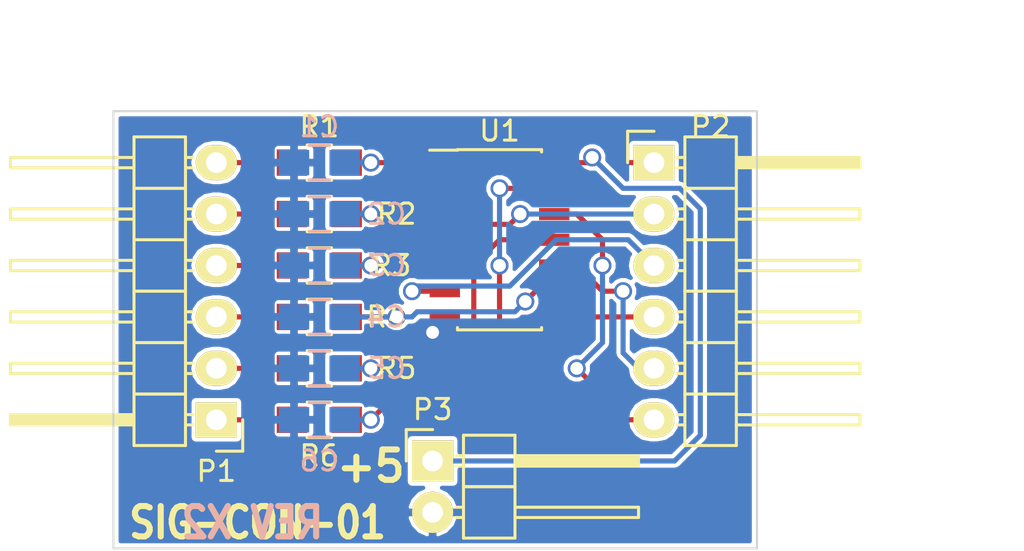
<source format=kicad_pcb>
(kicad_pcb (version 4) (host pcbnew "(after 2015-mar-04 BZR unknown)-product")

  (general
    (links 32)
    (no_connects 0)
    (area 19.423999 17.724 73.329714 45.9613)
    (thickness 1.6)
    (drawings 10)
    (tracks 102)
    (zones 0)
    (modules 18)
    (nets 21)
  )

  (page A)
  (title_block
    (title RasPi-GVS-Plus-CFG)
    (rev X1)
    (company land-boards.com)
  )

  (layers
    (0 F.Cu signal)
    (31 B.Cu signal)
    (36 B.SilkS user)
    (37 F.SilkS user)
    (38 B.Mask user)
    (39 F.Mask user)
    (40 Dwgs.User user)
    (41 Cmts.User user)
    (44 Edge.Cuts user)
  )

  (setup
    (last_trace_width 0.254)
    (user_trace_width 0.2032)
    (user_trace_width 0.635)
    (trace_clearance 0.2032)
    (zone_clearance 0.2032)
    (zone_45_only no)
    (trace_min 0.2032)
    (segment_width 0.2)
    (edge_width 0.1)
    (via_size 0.889)
    (via_drill 0.635)
    (via_min_size 0.889)
    (via_min_drill 0.508)
    (uvia_size 0.508)
    (uvia_drill 0.127)
    (uvias_allowed no)
    (uvia_min_size 0.508)
    (uvia_min_drill 0.127)
    (pcb_text_width 0.3)
    (pcb_text_size 1.5 1.5)
    (mod_edge_width 0.15)
    (mod_text_size 1.27 1.27)
    (mod_text_width 0.254)
    (pad_size 4.2418 4.2418)
    (pad_drill 2.49936)
    (pad_to_mask_clearance 0)
    (aux_axis_origin 0 0)
    (visible_elements 7FFFFF7F)
    (pcbplotparams
      (layerselection 0x010f0_80000001)
      (usegerberextensions false)
      (excludeedgelayer true)
      (linewidth 0.150000)
      (plotframeref false)
      (viasonmask false)
      (mode 1)
      (useauxorigin false)
      (hpglpennumber 1)
      (hpglpenspeed 20)
      (hpglpendiameter 15)
      (hpglpenoverlay 2)
      (psnegative false)
      (psa4output false)
      (plotreference true)
      (plotvalue true)
      (plotinvisibletext false)
      (padsonsilk false)
      (subtractmaskfromsilk false)
      (outputformat 1)
      (mirror false)
      (drillshape 0)
      (scaleselection 1)
      (outputdirectory plots/))
  )

  (net 0 "")
  (net 1 "Net-(C1-Pad1)")
  (net 2 GND)
  (net 3 "Net-(C2-Pad1)")
  (net 4 "Net-(C3-Pad1)")
  (net 5 "Net-(C4-Pad1)")
  (net 6 "Net-(C5-Pad1)")
  (net 7 "Net-(C6-Pad1)")
  (net 8 "Net-(P1-Pad1)")
  (net 9 "Net-(P1-Pad2)")
  (net 10 "Net-(P1-Pad3)")
  (net 11 "Net-(P1-Pad4)")
  (net 12 "Net-(P1-Pad5)")
  (net 13 "Net-(P1-Pad6)")
  (net 14 "Net-(P2-Pad1)")
  (net 15 "Net-(P2-Pad2)")
  (net 16 "Net-(P2-Pad3)")
  (net 17 "Net-(P2-Pad4)")
  (net 18 "Net-(P2-Pad5)")
  (net 19 "Net-(P2-Pad6)")
  (net 20 VCC)

  (net_class Default "This is the default net class."
    (clearance 0.2032)
    (trace_width 0.254)
    (via_dia 0.889)
    (via_drill 0.635)
    (uvia_dia 0.508)
    (uvia_drill 0.127)
    (add_net GND)
    (add_net "Net-(C1-Pad1)")
    (add_net "Net-(C2-Pad1)")
    (add_net "Net-(C3-Pad1)")
    (add_net "Net-(C4-Pad1)")
    (add_net "Net-(C5-Pad1)")
    (add_net "Net-(C6-Pad1)")
    (add_net "Net-(P1-Pad1)")
    (add_net "Net-(P1-Pad2)")
    (add_net "Net-(P1-Pad3)")
    (add_net "Net-(P1-Pad4)")
    (add_net "Net-(P1-Pad5)")
    (add_net "Net-(P1-Pad6)")
    (add_net "Net-(P2-Pad1)")
    (add_net "Net-(P2-Pad2)")
    (add_net "Net-(P2-Pad3)")
    (add_net "Net-(P2-Pad4)")
    (add_net "Net-(P2-Pad5)")
    (add_net "Net-(P2-Pad6)")
    (add_net VCC)
  )

  (net_class POWER025 ""
    (clearance 0.381)
    (trace_width 0.635)
    (via_dia 0.889)
    (via_drill 0.635)
    (uvia_dia 0.508)
    (uvia_drill 0.127)
  )

  (module Capacitors_SMD:C_0805_HandSoldering (layer B.Cu) (tedit 57E45752) (tstamp 57E44B46)
    (at 35.56 25.4 180)
    (descr "Capacitor SMD 0805, hand soldering")
    (tags "capacitor 0805")
    (path /57E445DB)
    (attr smd)
    (fp_text reference C1 (at 0 1.778 180) (layer B.SilkS)
      (effects (font (size 1 1) (thickness 0.15)) (justify mirror))
    )
    (fp_text value C (at 0 -2.1 180) (layer F.SilkS) hide
      (effects (font (size 1 1) (thickness 0.15)))
    )
    (fp_line (start -2.3 1) (end 2.3 1) (layer B.CrtYd) (width 0.05))
    (fp_line (start -2.3 -1) (end 2.3 -1) (layer B.CrtYd) (width 0.05))
    (fp_line (start -2.3 1) (end -2.3 -1) (layer B.CrtYd) (width 0.05))
    (fp_line (start 2.3 1) (end 2.3 -1) (layer B.CrtYd) (width 0.05))
    (fp_line (start 0.5 0.85) (end -0.5 0.85) (layer B.SilkS) (width 0.15))
    (fp_line (start -0.5 -0.85) (end 0.5 -0.85) (layer B.SilkS) (width 0.15))
    (pad 1 smd rect (at -1.25 0 180) (size 1.5 1.25) (layers B.Cu B.Mask)
      (net 1 "Net-(C1-Pad1)"))
    (pad 2 smd rect (at 1.25 0 180) (size 1.5 1.25) (layers B.Cu B.Mask)
      (net 2 GND))
    (model Capacitors_SMD.3dshapes/C_0805_HandSoldering.wrl
      (at (xyz 0 0 0))
      (scale (xyz 1 1 1))
      (rotate (xyz 0 0 0))
    )
  )

  (module Capacitors_SMD:C_0805_HandSoldering (layer B.Cu) (tedit 57E4574A) (tstamp 57E44B52)
    (at 35.56 27.94 180)
    (descr "Capacitor SMD 0805, hand soldering")
    (tags "capacitor 0805")
    (path /57E478F7)
    (attr smd)
    (fp_text reference C2 (at -3.302 0 180) (layer B.SilkS)
      (effects (font (size 1 1) (thickness 0.15)) (justify mirror))
    )
    (fp_text value C (at 0 -2.1 180) (layer F.SilkS) hide
      (effects (font (size 1 1) (thickness 0.15)))
    )
    (fp_line (start -2.3 1) (end 2.3 1) (layer B.CrtYd) (width 0.05))
    (fp_line (start -2.3 -1) (end 2.3 -1) (layer B.CrtYd) (width 0.05))
    (fp_line (start -2.3 1) (end -2.3 -1) (layer B.CrtYd) (width 0.05))
    (fp_line (start 2.3 1) (end 2.3 -1) (layer B.CrtYd) (width 0.05))
    (fp_line (start 0.5 0.85) (end -0.5 0.85) (layer B.SilkS) (width 0.15))
    (fp_line (start -0.5 -0.85) (end 0.5 -0.85) (layer B.SilkS) (width 0.15))
    (pad 1 smd rect (at -1.25 0 180) (size 1.5 1.25) (layers B.Cu B.Mask)
      (net 3 "Net-(C2-Pad1)"))
    (pad 2 smd rect (at 1.25 0 180) (size 1.5 1.25) (layers B.Cu B.Mask)
      (net 2 GND))
    (model Capacitors_SMD.3dshapes/C_0805_HandSoldering.wrl
      (at (xyz 0 0 0))
      (scale (xyz 1 1 1))
      (rotate (xyz 0 0 0))
    )
  )

  (module Capacitors_SMD:C_0805_HandSoldering (layer B.Cu) (tedit 57E45743) (tstamp 57E44B5E)
    (at 35.56 30.48 180)
    (descr "Capacitor SMD 0805, hand soldering")
    (tags "capacitor 0805")
    (path /57E47951)
    (attr smd)
    (fp_text reference C3 (at -3.302 0 180) (layer B.SilkS)
      (effects (font (size 1 1) (thickness 0.15)) (justify mirror))
    )
    (fp_text value C (at 0 -2.1 180) (layer F.SilkS) hide
      (effects (font (size 1 1) (thickness 0.15)))
    )
    (fp_line (start -2.3 1) (end 2.3 1) (layer B.CrtYd) (width 0.05))
    (fp_line (start -2.3 -1) (end 2.3 -1) (layer B.CrtYd) (width 0.05))
    (fp_line (start -2.3 1) (end -2.3 -1) (layer B.CrtYd) (width 0.05))
    (fp_line (start 2.3 1) (end 2.3 -1) (layer B.CrtYd) (width 0.05))
    (fp_line (start 0.5 0.85) (end -0.5 0.85) (layer B.SilkS) (width 0.15))
    (fp_line (start -0.5 -0.85) (end 0.5 -0.85) (layer B.SilkS) (width 0.15))
    (pad 1 smd rect (at -1.25 0 180) (size 1.5 1.25) (layers B.Cu B.Mask)
      (net 4 "Net-(C3-Pad1)"))
    (pad 2 smd rect (at 1.25 0 180) (size 1.5 1.25) (layers B.Cu B.Mask)
      (net 2 GND))
    (model Capacitors_SMD.3dshapes/C_0805_HandSoldering.wrl
      (at (xyz 0 0 0))
      (scale (xyz 1 1 1))
      (rotate (xyz 0 0 0))
    )
  )

  (module Capacitors_SMD:C_0805_HandSoldering (layer B.Cu) (tedit 57E4573B) (tstamp 57E44B6A)
    (at 35.56 33.02 180)
    (descr "Capacitor SMD 0805, hand soldering")
    (tags "capacitor 0805")
    (path /57E479A9)
    (attr smd)
    (fp_text reference C4 (at -3.302 0 180) (layer B.SilkS)
      (effects (font (size 1 1) (thickness 0.15)) (justify mirror))
    )
    (fp_text value C (at 0 -2.1 180) (layer F.SilkS) hide
      (effects (font (size 1 1) (thickness 0.15)))
    )
    (fp_line (start -2.3 1) (end 2.3 1) (layer B.CrtYd) (width 0.05))
    (fp_line (start -2.3 -1) (end 2.3 -1) (layer B.CrtYd) (width 0.05))
    (fp_line (start -2.3 1) (end -2.3 -1) (layer B.CrtYd) (width 0.05))
    (fp_line (start 2.3 1) (end 2.3 -1) (layer B.CrtYd) (width 0.05))
    (fp_line (start 0.5 0.85) (end -0.5 0.85) (layer B.SilkS) (width 0.15))
    (fp_line (start -0.5 -0.85) (end 0.5 -0.85) (layer B.SilkS) (width 0.15))
    (pad 1 smd rect (at -1.25 0 180) (size 1.5 1.25) (layers B.Cu B.Mask)
      (net 5 "Net-(C4-Pad1)"))
    (pad 2 smd rect (at 1.25 0 180) (size 1.5 1.25) (layers B.Cu B.Mask)
      (net 2 GND))
    (model Capacitors_SMD.3dshapes/C_0805_HandSoldering.wrl
      (at (xyz 0 0 0))
      (scale (xyz 1 1 1))
      (rotate (xyz 0 0 0))
    )
  )

  (module Capacitors_SMD:C_0805_HandSoldering (layer B.Cu) (tedit 57E45732) (tstamp 57E44B76)
    (at 35.56 35.56 180)
    (descr "Capacitor SMD 0805, hand soldering")
    (tags "capacitor 0805")
    (path /57E47A01)
    (attr smd)
    (fp_text reference C5 (at -3.302 0 180) (layer B.SilkS)
      (effects (font (size 1 1) (thickness 0.15)) (justify mirror))
    )
    (fp_text value C (at 0 -2.1 180) (layer F.SilkS) hide
      (effects (font (size 1 1) (thickness 0.15)))
    )
    (fp_line (start -2.3 1) (end 2.3 1) (layer B.CrtYd) (width 0.05))
    (fp_line (start -2.3 -1) (end 2.3 -1) (layer B.CrtYd) (width 0.05))
    (fp_line (start -2.3 1) (end -2.3 -1) (layer B.CrtYd) (width 0.05))
    (fp_line (start 2.3 1) (end 2.3 -1) (layer B.CrtYd) (width 0.05))
    (fp_line (start 0.5 0.85) (end -0.5 0.85) (layer B.SilkS) (width 0.15))
    (fp_line (start -0.5 -0.85) (end 0.5 -0.85) (layer B.SilkS) (width 0.15))
    (pad 1 smd rect (at -1.25 0 180) (size 1.5 1.25) (layers B.Cu B.Mask)
      (net 6 "Net-(C5-Pad1)"))
    (pad 2 smd rect (at 1.25 0 180) (size 1.5 1.25) (layers B.Cu B.Mask)
      (net 2 GND))
    (model Capacitors_SMD.3dshapes/C_0805_HandSoldering.wrl
      (at (xyz 0 0 0))
      (scale (xyz 1 1 1))
      (rotate (xyz 0 0 0))
    )
  )

  (module Capacitors_SMD:C_0805_HandSoldering (layer B.Cu) (tedit 57E45720) (tstamp 57E44B82)
    (at 35.56 38.1 180)
    (descr "Capacitor SMD 0805, hand soldering")
    (tags "capacitor 0805")
    (path /57E47A67)
    (attr smd)
    (fp_text reference C6 (at 0 -2.032 180) (layer B.SilkS)
      (effects (font (size 1 1) (thickness 0.15)) (justify mirror))
    )
    (fp_text value C (at 0 -2.1 180) (layer F.SilkS) hide
      (effects (font (size 1 1) (thickness 0.15)))
    )
    (fp_line (start -2.3 1) (end 2.3 1) (layer B.CrtYd) (width 0.05))
    (fp_line (start -2.3 -1) (end 2.3 -1) (layer B.CrtYd) (width 0.05))
    (fp_line (start -2.3 1) (end -2.3 -1) (layer B.CrtYd) (width 0.05))
    (fp_line (start 2.3 1) (end 2.3 -1) (layer B.CrtYd) (width 0.05))
    (fp_line (start 0.5 0.85) (end -0.5 0.85) (layer B.SilkS) (width 0.15))
    (fp_line (start -0.5 -0.85) (end 0.5 -0.85) (layer B.SilkS) (width 0.15))
    (pad 1 smd rect (at -1.25 0 180) (size 1.5 1.25) (layers B.Cu B.Mask)
      (net 7 "Net-(C6-Pad1)"))
    (pad 2 smd rect (at 1.25 0 180) (size 1.5 1.25) (layers B.Cu B.Mask)
      (net 2 GND))
    (model Capacitors_SMD.3dshapes/C_0805_HandSoldering.wrl
      (at (xyz 0 0 0))
      (scale (xyz 1 1 1))
      (rotate (xyz 0 0 0))
    )
  )

  (module Resistors_SMD:R_0805_HandSoldering (layer F.Cu) (tedit 57E457C0) (tstamp 57E44BC0)
    (at 35.56 25.4 180)
    (descr "Resistor SMD 0805, hand soldering")
    (tags "resistor 0805")
    (path /57E4455B)
    (attr smd)
    (fp_text reference R1 (at 0 1.778 180) (layer F.SilkS)
      (effects (font (size 1 1) (thickness 0.15)))
    )
    (fp_text value R (at -0.254 1.778 180) (layer F.SilkS) hide
      (effects (font (size 1 1) (thickness 0.15)))
    )
    (fp_line (start -2.4 -1) (end 2.4 -1) (layer F.CrtYd) (width 0.05))
    (fp_line (start -2.4 1) (end 2.4 1) (layer F.CrtYd) (width 0.05))
    (fp_line (start -2.4 -1) (end -2.4 1) (layer F.CrtYd) (width 0.05))
    (fp_line (start 2.4 -1) (end 2.4 1) (layer F.CrtYd) (width 0.05))
    (fp_line (start 0.6 0.875) (end -0.6 0.875) (layer F.SilkS) (width 0.15))
    (fp_line (start -0.6 -0.875) (end 0.6 -0.875) (layer F.SilkS) (width 0.15))
    (pad 1 smd rect (at -1.35 0 180) (size 1.5 1.3) (layers F.Cu F.Mask)
      (net 1 "Net-(C1-Pad1)"))
    (pad 2 smd rect (at 1.35 0 180) (size 1.5 1.3) (layers F.Cu F.Mask)
      (net 13 "Net-(P1-Pad6)"))
    (model Resistors_SMD.3dshapes/R_0805_HandSoldering.wrl
      (at (xyz 0 0 0))
      (scale (xyz 1 1 1))
      (rotate (xyz 0 0 0))
    )
  )

  (module Resistors_SMD:R_0805_HandSoldering (layer F.Cu) (tedit 57E45839) (tstamp 57E44BCC)
    (at 35.56 27.94 180)
    (descr "Resistor SMD 0805, hand soldering")
    (tags "resistor 0805")
    (path /57E476CE)
    (attr smd)
    (fp_text reference R2 (at -3.81 0 180) (layer F.SilkS)
      (effects (font (size 1 1) (thickness 0.15)))
    )
    (fp_text value R (at 0 2.1 180) (layer F.SilkS) hide
      (effects (font (size 1 1) (thickness 0.15)))
    )
    (fp_line (start -2.4 -1) (end 2.4 -1) (layer F.CrtYd) (width 0.05))
    (fp_line (start -2.4 1) (end 2.4 1) (layer F.CrtYd) (width 0.05))
    (fp_line (start -2.4 -1) (end -2.4 1) (layer F.CrtYd) (width 0.05))
    (fp_line (start 2.4 -1) (end 2.4 1) (layer F.CrtYd) (width 0.05))
    (fp_line (start 0.6 0.875) (end -0.6 0.875) (layer F.SilkS) (width 0.15))
    (fp_line (start -0.6 -0.875) (end 0.6 -0.875) (layer F.SilkS) (width 0.15))
    (pad 1 smd rect (at -1.35 0 180) (size 1.5 1.3) (layers F.Cu F.Mask)
      (net 3 "Net-(C2-Pad1)"))
    (pad 2 smd rect (at 1.35 0 180) (size 1.5 1.3) (layers F.Cu F.Mask)
      (net 12 "Net-(P1-Pad5)"))
    (model Resistors_SMD.3dshapes/R_0805_HandSoldering.wrl
      (at (xyz 0 0 0))
      (scale (xyz 1 1 1))
      (rotate (xyz 0 0 0))
    )
  )

  (module Resistors_SMD:R_0805_HandSoldering (layer F.Cu) (tedit 57E4583E) (tstamp 57E44BD8)
    (at 35.56 30.48 180)
    (descr "Resistor SMD 0805, hand soldering")
    (tags "resistor 0805")
    (path /57E47718)
    (attr smd)
    (fp_text reference R3 (at -3.556 0 180) (layer F.SilkS)
      (effects (font (size 1 1) (thickness 0.15)))
    )
    (fp_text value R (at 0 2.1 180) (layer F.SilkS) hide
      (effects (font (size 1 1) (thickness 0.15)))
    )
    (fp_line (start -2.4 -1) (end 2.4 -1) (layer F.CrtYd) (width 0.05))
    (fp_line (start -2.4 1) (end 2.4 1) (layer F.CrtYd) (width 0.05))
    (fp_line (start -2.4 -1) (end -2.4 1) (layer F.CrtYd) (width 0.05))
    (fp_line (start 2.4 -1) (end 2.4 1) (layer F.CrtYd) (width 0.05))
    (fp_line (start 0.6 0.875) (end -0.6 0.875) (layer F.SilkS) (width 0.15))
    (fp_line (start -0.6 -0.875) (end 0.6 -0.875) (layer F.SilkS) (width 0.15))
    (pad 1 smd rect (at -1.35 0 180) (size 1.5 1.3) (layers F.Cu F.Mask)
      (net 4 "Net-(C3-Pad1)"))
    (pad 2 smd rect (at 1.35 0 180) (size 1.5 1.3) (layers F.Cu F.Mask)
      (net 11 "Net-(P1-Pad4)"))
    (model Resistors_SMD.3dshapes/R_0805_HandSoldering.wrl
      (at (xyz 0 0 0))
      (scale (xyz 1 1 1))
      (rotate (xyz 0 0 0))
    )
  )

  (module Resistors_SMD:R_0805_HandSoldering (layer F.Cu) (tedit 57E457D2) (tstamp 57E44BE4)
    (at 35.56 33.02 180)
    (descr "Resistor SMD 0805, hand soldering")
    (tags "resistor 0805")
    (path /57E47766)
    (attr smd)
    (fp_text reference R4 (at -3.302 0 180) (layer F.SilkS)
      (effects (font (size 1 1) (thickness 0.15)))
    )
    (fp_text value R (at 0 2.1 180) (layer F.SilkS) hide
      (effects (font (size 1 1) (thickness 0.15)))
    )
    (fp_line (start -2.4 -1) (end 2.4 -1) (layer F.CrtYd) (width 0.05))
    (fp_line (start -2.4 1) (end 2.4 1) (layer F.CrtYd) (width 0.05))
    (fp_line (start -2.4 -1) (end -2.4 1) (layer F.CrtYd) (width 0.05))
    (fp_line (start 2.4 -1) (end 2.4 1) (layer F.CrtYd) (width 0.05))
    (fp_line (start 0.6 0.875) (end -0.6 0.875) (layer F.SilkS) (width 0.15))
    (fp_line (start -0.6 -0.875) (end 0.6 -0.875) (layer F.SilkS) (width 0.15))
    (pad 1 smd rect (at -1.35 0 180) (size 1.5 1.3) (layers F.Cu F.Mask)
      (net 5 "Net-(C4-Pad1)"))
    (pad 2 smd rect (at 1.35 0 180) (size 1.5 1.3) (layers F.Cu F.Mask)
      (net 10 "Net-(P1-Pad3)"))
    (model Resistors_SMD.3dshapes/R_0805_HandSoldering.wrl
      (at (xyz 0 0 0))
      (scale (xyz 1 1 1))
      (rotate (xyz 0 0 0))
    )
  )

  (module Resistors_SMD:R_0805_HandSoldering (layer F.Cu) (tedit 57E45844) (tstamp 57E44BF0)
    (at 35.56 35.56 180)
    (descr "Resistor SMD 0805, hand soldering")
    (tags "resistor 0805")
    (path /57E477B6)
    (attr smd)
    (fp_text reference R5 (at -3.81 0 180) (layer F.SilkS)
      (effects (font (size 1 1) (thickness 0.15)))
    )
    (fp_text value R (at 0 2.1 180) (layer F.SilkS) hide
      (effects (font (size 1 1) (thickness 0.15)))
    )
    (fp_line (start -2.4 -1) (end 2.4 -1) (layer F.CrtYd) (width 0.05))
    (fp_line (start -2.4 1) (end 2.4 1) (layer F.CrtYd) (width 0.05))
    (fp_line (start -2.4 -1) (end -2.4 1) (layer F.CrtYd) (width 0.05))
    (fp_line (start 2.4 -1) (end 2.4 1) (layer F.CrtYd) (width 0.05))
    (fp_line (start 0.6 0.875) (end -0.6 0.875) (layer F.SilkS) (width 0.15))
    (fp_line (start -0.6 -0.875) (end 0.6 -0.875) (layer F.SilkS) (width 0.15))
    (pad 1 smd rect (at -1.35 0 180) (size 1.5 1.3) (layers F.Cu F.Mask)
      (net 6 "Net-(C5-Pad1)"))
    (pad 2 smd rect (at 1.35 0 180) (size 1.5 1.3) (layers F.Cu F.Mask)
      (net 9 "Net-(P1-Pad2)"))
    (model Resistors_SMD.3dshapes/R_0805_HandSoldering.wrl
      (at (xyz 0 0 0))
      (scale (xyz 1 1 1))
      (rotate (xyz 0 0 0))
    )
  )

  (module Resistors_SMD:R_0805_HandSoldering (layer F.Cu) (tedit 57E457DB) (tstamp 57E44BFC)
    (at 35.56 38.1 180)
    (descr "Resistor SMD 0805, hand soldering")
    (tags "resistor 0805")
    (path /57E47808)
    (attr smd)
    (fp_text reference R6 (at 0 -1.778 180) (layer F.SilkS)
      (effects (font (size 1 1) (thickness 0.15)))
    )
    (fp_text value R (at 0 2.1 180) (layer F.SilkS) hide
      (effects (font (size 1 1) (thickness 0.15)))
    )
    (fp_line (start -2.4 -1) (end 2.4 -1) (layer F.CrtYd) (width 0.05))
    (fp_line (start -2.4 1) (end 2.4 1) (layer F.CrtYd) (width 0.05))
    (fp_line (start -2.4 -1) (end -2.4 1) (layer F.CrtYd) (width 0.05))
    (fp_line (start 2.4 -1) (end 2.4 1) (layer F.CrtYd) (width 0.05))
    (fp_line (start 0.6 0.875) (end -0.6 0.875) (layer F.SilkS) (width 0.15))
    (fp_line (start -0.6 -0.875) (end 0.6 -0.875) (layer F.SilkS) (width 0.15))
    (pad 1 smd rect (at -1.35 0 180) (size 1.5 1.3) (layers F.Cu F.Mask)
      (net 7 "Net-(C6-Pad1)"))
    (pad 2 smd rect (at 1.35 0 180) (size 1.5 1.3) (layers F.Cu F.Mask)
      (net 8 "Net-(P1-Pad1)"))
    (model Resistors_SMD.3dshapes/R_0805_HandSoldering.wrl
      (at (xyz 0 0 0))
      (scale (xyz 1 1 1))
      (rotate (xyz 0 0 0))
    )
  )

  (module Housings_SOIC:SOIC-14_3.9x8.7mm_Pitch1.27mm (layer F.Cu) (tedit 57E4581B) (tstamp 57E44C1E)
    (at 44.45 29.21)
    (descr "14-Lead Plastic Small Outline (SL) - Narrow, 3.90 mm Body [SOIC] (see Microchip Packaging Specification 00000049BS.pdf)")
    (tags "SOIC 1.27")
    (path /57E44892)
    (attr smd)
    (fp_text reference U1 (at 0 -5.375) (layer F.SilkS)
      (effects (font (size 1 1) (thickness 0.15)))
    )
    (fp_text value 74AC14 (at 0 5.375) (layer F.SilkS) hide
      (effects (font (size 1 1) (thickness 0.15)))
    )
    (fp_circle (center -1.25 -3.75) (end -1.5 -3.75) (layer F.Fab) (width 0.15))
    (fp_line (start -1.95 -4.35) (end -1.95 4.35) (layer F.Fab) (width 0.15))
    (fp_line (start 1.95 -4.35) (end -1.95 -4.35) (layer F.Fab) (width 0.15))
    (fp_line (start 1.95 4.35) (end 1.95 -4.35) (layer F.Fab) (width 0.15))
    (fp_line (start -1.95 4.35) (end 1.95 4.35) (layer F.Fab) (width 0.15))
    (fp_line (start -3.7 -4.65) (end -3.7 4.65) (layer F.CrtYd) (width 0.05))
    (fp_line (start 3.7 -4.65) (end 3.7 4.65) (layer F.CrtYd) (width 0.05))
    (fp_line (start -3.7 -4.65) (end 3.7 -4.65) (layer F.CrtYd) (width 0.05))
    (fp_line (start -3.7 4.65) (end 3.7 4.65) (layer F.CrtYd) (width 0.05))
    (fp_line (start -2.075 -4.45) (end -2.075 -4.425) (layer F.SilkS) (width 0.15))
    (fp_line (start 2.075 -4.45) (end 2.075 -4.335) (layer F.SilkS) (width 0.15))
    (fp_line (start 2.075 4.45) (end 2.075 4.335) (layer F.SilkS) (width 0.15))
    (fp_line (start -2.075 4.45) (end -2.075 4.335) (layer F.SilkS) (width 0.15))
    (fp_line (start -2.075 -4.45) (end 2.075 -4.45) (layer F.SilkS) (width 0.15))
    (fp_line (start -2.075 4.45) (end 2.075 4.45) (layer F.SilkS) (width 0.15))
    (fp_line (start -2.075 -4.425) (end -3.45 -4.425) (layer F.SilkS) (width 0.15))
    (pad 1 smd rect (at -2.7 -3.81) (size 1.5 0.6) (layers F.Cu F.Mask)
      (net 1 "Net-(C1-Pad1)"))
    (pad 2 smd rect (at -2.7 -2.54) (size 1.5 0.6) (layers F.Cu F.Mask)
      (net 14 "Net-(P2-Pad1)"))
    (pad 3 smd rect (at -2.7 -1.27) (size 1.5 0.6) (layers F.Cu F.Mask)
      (net 3 "Net-(C2-Pad1)"))
    (pad 4 smd rect (at -2.7 0) (size 1.5 0.6) (layers F.Cu F.Mask)
      (net 15 "Net-(P2-Pad2)"))
    (pad 5 smd rect (at -2.7 1.27) (size 1.5 0.6) (layers F.Cu F.Mask)
      (net 4 "Net-(C3-Pad1)"))
    (pad 6 smd rect (at -2.7 2.54) (size 1.5 0.6) (layers F.Cu F.Mask)
      (net 16 "Net-(P2-Pad3)"))
    (pad 7 smd rect (at -2.7 3.81) (size 1.5 0.6) (layers F.Cu F.Mask)
      (net 2 GND))
    (pad 8 smd rect (at 2.7 3.81) (size 1.5 0.6) (layers F.Cu F.Mask)
      (net 17 "Net-(P2-Pad4)"))
    (pad 9 smd rect (at 2.7 2.54) (size 1.5 0.6) (layers F.Cu F.Mask)
      (net 5 "Net-(C4-Pad1)"))
    (pad 10 smd rect (at 2.7 1.27) (size 1.5 0.6) (layers F.Cu F.Mask)
      (net 18 "Net-(P2-Pad5)"))
    (pad 11 smd rect (at 2.7 0) (size 1.5 0.6) (layers F.Cu F.Mask)
      (net 6 "Net-(C5-Pad1)"))
    (pad 12 smd rect (at 2.7 -1.27) (size 1.5 0.6) (layers F.Cu F.Mask)
      (net 19 "Net-(P2-Pad6)"))
    (pad 13 smd rect (at 2.7 -2.54) (size 1.5 0.6) (layers F.Cu F.Mask)
      (net 7 "Net-(C6-Pad1)"))
    (pad 14 smd rect (at 2.7 -3.81) (size 1.5 0.6) (layers F.Cu F.Mask)
      (net 20 VCC))
    (model Housings_SOIC.3dshapes/SOIC-14_3.9x8.7mm_Pitch1.27mm.wrl
      (at (xyz 0 0 0))
      (scale (xyz 1 1 1))
      (rotate (xyz 0 0 0))
    )
  )

  (module Pin_Headers:Pin_Header_Angled_1x06 (layer F.Cu) (tedit 57E457EC) (tstamp 57E44EEC)
    (at 30.48 38.1 180)
    (descr "Through hole pin header")
    (tags "pin header")
    (path /57E44804)
    (fp_text reference P1 (at 0 -2.54 180) (layer F.SilkS)
      (effects (font (size 1 1) (thickness 0.15)))
    )
    (fp_text value CONN_01X06 (at 0 -3.1 180) (layer F.SilkS) hide
      (effects (font (size 1 1) (thickness 0.15)))
    )
    (fp_line (start -1.5 -1.75) (end -1.5 14.45) (layer F.CrtYd) (width 0.05))
    (fp_line (start 10.65 -1.75) (end 10.65 14.45) (layer F.CrtYd) (width 0.05))
    (fp_line (start -1.5 -1.75) (end 10.65 -1.75) (layer F.CrtYd) (width 0.05))
    (fp_line (start -1.5 14.45) (end 10.65 14.45) (layer F.CrtYd) (width 0.05))
    (fp_line (start -1.3 -1.55) (end -1.3 0) (layer F.SilkS) (width 0.15))
    (fp_line (start 0 -1.55) (end -1.3 -1.55) (layer F.SilkS) (width 0.15))
    (fp_line (start 4.191 -0.127) (end 10.033 -0.127) (layer F.SilkS) (width 0.15))
    (fp_line (start 10.033 -0.127) (end 10.033 0.127) (layer F.SilkS) (width 0.15))
    (fp_line (start 10.033 0.127) (end 4.191 0.127) (layer F.SilkS) (width 0.15))
    (fp_line (start 4.191 0.127) (end 4.191 0) (layer F.SilkS) (width 0.15))
    (fp_line (start 4.191 0) (end 10.033 0) (layer F.SilkS) (width 0.15))
    (fp_line (start 1.524 -0.254) (end 1.143 -0.254) (layer F.SilkS) (width 0.15))
    (fp_line (start 1.524 0.254) (end 1.143 0.254) (layer F.SilkS) (width 0.15))
    (fp_line (start 1.524 2.286) (end 1.143 2.286) (layer F.SilkS) (width 0.15))
    (fp_line (start 1.524 2.794) (end 1.143 2.794) (layer F.SilkS) (width 0.15))
    (fp_line (start 1.524 4.826) (end 1.143 4.826) (layer F.SilkS) (width 0.15))
    (fp_line (start 1.524 5.334) (end 1.143 5.334) (layer F.SilkS) (width 0.15))
    (fp_line (start 1.524 12.954) (end 1.143 12.954) (layer F.SilkS) (width 0.15))
    (fp_line (start 1.524 12.446) (end 1.143 12.446) (layer F.SilkS) (width 0.15))
    (fp_line (start 1.524 10.414) (end 1.143 10.414) (layer F.SilkS) (width 0.15))
    (fp_line (start 1.524 9.906) (end 1.143 9.906) (layer F.SilkS) (width 0.15))
    (fp_line (start 1.524 7.874) (end 1.143 7.874) (layer F.SilkS) (width 0.15))
    (fp_line (start 1.524 7.366) (end 1.143 7.366) (layer F.SilkS) (width 0.15))
    (fp_line (start 1.524 -1.27) (end 4.064 -1.27) (layer F.SilkS) (width 0.15))
    (fp_line (start 1.524 1.27) (end 4.064 1.27) (layer F.SilkS) (width 0.15))
    (fp_line (start 1.524 1.27) (end 1.524 3.81) (layer F.SilkS) (width 0.15))
    (fp_line (start 1.524 3.81) (end 4.064 3.81) (layer F.SilkS) (width 0.15))
    (fp_line (start 4.064 2.286) (end 10.16 2.286) (layer F.SilkS) (width 0.15))
    (fp_line (start 10.16 2.286) (end 10.16 2.794) (layer F.SilkS) (width 0.15))
    (fp_line (start 10.16 2.794) (end 4.064 2.794) (layer F.SilkS) (width 0.15))
    (fp_line (start 4.064 3.81) (end 4.064 1.27) (layer F.SilkS) (width 0.15))
    (fp_line (start 4.064 1.27) (end 4.064 -1.27) (layer F.SilkS) (width 0.15))
    (fp_line (start 10.16 0.254) (end 4.064 0.254) (layer F.SilkS) (width 0.15))
    (fp_line (start 10.16 -0.254) (end 10.16 0.254) (layer F.SilkS) (width 0.15))
    (fp_line (start 4.064 -0.254) (end 10.16 -0.254) (layer F.SilkS) (width 0.15))
    (fp_line (start 1.524 1.27) (end 4.064 1.27) (layer F.SilkS) (width 0.15))
    (fp_line (start 1.524 -1.27) (end 1.524 1.27) (layer F.SilkS) (width 0.15))
    (fp_line (start 1.524 8.89) (end 4.064 8.89) (layer F.SilkS) (width 0.15))
    (fp_line (start 1.524 8.89) (end 1.524 11.43) (layer F.SilkS) (width 0.15))
    (fp_line (start 1.524 11.43) (end 4.064 11.43) (layer F.SilkS) (width 0.15))
    (fp_line (start 4.064 9.906) (end 10.16 9.906) (layer F.SilkS) (width 0.15))
    (fp_line (start 10.16 9.906) (end 10.16 10.414) (layer F.SilkS) (width 0.15))
    (fp_line (start 10.16 10.414) (end 4.064 10.414) (layer F.SilkS) (width 0.15))
    (fp_line (start 4.064 11.43) (end 4.064 8.89) (layer F.SilkS) (width 0.15))
    (fp_line (start 4.064 13.97) (end 4.064 11.43) (layer F.SilkS) (width 0.15))
    (fp_line (start 10.16 12.954) (end 4.064 12.954) (layer F.SilkS) (width 0.15))
    (fp_line (start 10.16 12.446) (end 10.16 12.954) (layer F.SilkS) (width 0.15))
    (fp_line (start 4.064 12.446) (end 10.16 12.446) (layer F.SilkS) (width 0.15))
    (fp_line (start 1.524 13.97) (end 4.064 13.97) (layer F.SilkS) (width 0.15))
    (fp_line (start 1.524 11.43) (end 1.524 13.97) (layer F.SilkS) (width 0.15))
    (fp_line (start 1.524 11.43) (end 4.064 11.43) (layer F.SilkS) (width 0.15))
    (fp_line (start 1.524 6.35) (end 4.064 6.35) (layer F.SilkS) (width 0.15))
    (fp_line (start 1.524 6.35) (end 1.524 8.89) (layer F.SilkS) (width 0.15))
    (fp_line (start 1.524 8.89) (end 4.064 8.89) (layer F.SilkS) (width 0.15))
    (fp_line (start 4.064 7.366) (end 10.16 7.366) (layer F.SilkS) (width 0.15))
    (fp_line (start 10.16 7.366) (end 10.16 7.874) (layer F.SilkS) (width 0.15))
    (fp_line (start 10.16 7.874) (end 4.064 7.874) (layer F.SilkS) (width 0.15))
    (fp_line (start 4.064 8.89) (end 4.064 6.35) (layer F.SilkS) (width 0.15))
    (fp_line (start 4.064 6.35) (end 4.064 3.81) (layer F.SilkS) (width 0.15))
    (fp_line (start 10.16 5.334) (end 4.064 5.334) (layer F.SilkS) (width 0.15))
    (fp_line (start 10.16 4.826) (end 10.16 5.334) (layer F.SilkS) (width 0.15))
    (fp_line (start 4.064 4.826) (end 10.16 4.826) (layer F.SilkS) (width 0.15))
    (fp_line (start 1.524 6.35) (end 4.064 6.35) (layer F.SilkS) (width 0.15))
    (fp_line (start 1.524 3.81) (end 1.524 6.35) (layer F.SilkS) (width 0.15))
    (fp_line (start 1.524 3.81) (end 4.064 3.81) (layer F.SilkS) (width 0.15))
    (pad 1 thru_hole rect (at 0 0 180) (size 2.032 1.7272) (drill 1.016) (layers *.Cu *.Mask F.SilkS)
      (net 8 "Net-(P1-Pad1)"))
    (pad 2 thru_hole oval (at 0 2.54 180) (size 2.032 1.7272) (drill 1.016) (layers *.Cu *.Mask F.SilkS)
      (net 9 "Net-(P1-Pad2)"))
    (pad 3 thru_hole oval (at 0 5.08 180) (size 2.032 1.7272) (drill 1.016) (layers *.Cu *.Mask F.SilkS)
      (net 10 "Net-(P1-Pad3)"))
    (pad 4 thru_hole oval (at 0 7.62 180) (size 2.032 1.7272) (drill 1.016) (layers *.Cu *.Mask F.SilkS)
      (net 11 "Net-(P1-Pad4)"))
    (pad 5 thru_hole oval (at 0 10.16 180) (size 2.032 1.7272) (drill 1.016) (layers *.Cu *.Mask F.SilkS)
      (net 12 "Net-(P1-Pad5)"))
    (pad 6 thru_hole oval (at 0 12.7 180) (size 2.032 1.7272) (drill 1.016) (layers *.Cu *.Mask F.SilkS)
      (net 13 "Net-(P1-Pad6)"))
    (model Pin_Headers.3dshapes/Pin_Header_Angled_1x06.wrl
      (at (xyz 0 -0.25 0))
      (scale (xyz 1 1 1))
      (rotate (xyz 0 0 90))
    )
  )

  (module Pin_Headers:Pin_Header_Angled_1x06 (layer F.Cu) (tedit 57E4580F) (tstamp 57E44F37)
    (at 52.07 25.4)
    (descr "Through hole pin header")
    (tags "pin header")
    (path /57E472C4)
    (fp_text reference P2 (at 2.794 -1.778) (layer F.SilkS)
      (effects (font (size 1 1) (thickness 0.15)))
    )
    (fp_text value CONN_01X06 (at 0 -3.1) (layer F.SilkS) hide
      (effects (font (size 1 1) (thickness 0.15)))
    )
    (fp_line (start -1.5 -1.75) (end -1.5 14.45) (layer F.CrtYd) (width 0.05))
    (fp_line (start 10.65 -1.75) (end 10.65 14.45) (layer F.CrtYd) (width 0.05))
    (fp_line (start -1.5 -1.75) (end 10.65 -1.75) (layer F.CrtYd) (width 0.05))
    (fp_line (start -1.5 14.45) (end 10.65 14.45) (layer F.CrtYd) (width 0.05))
    (fp_line (start -1.3 -1.55) (end -1.3 0) (layer F.SilkS) (width 0.15))
    (fp_line (start 0 -1.55) (end -1.3 -1.55) (layer F.SilkS) (width 0.15))
    (fp_line (start 4.191 -0.127) (end 10.033 -0.127) (layer F.SilkS) (width 0.15))
    (fp_line (start 10.033 -0.127) (end 10.033 0.127) (layer F.SilkS) (width 0.15))
    (fp_line (start 10.033 0.127) (end 4.191 0.127) (layer F.SilkS) (width 0.15))
    (fp_line (start 4.191 0.127) (end 4.191 0) (layer F.SilkS) (width 0.15))
    (fp_line (start 4.191 0) (end 10.033 0) (layer F.SilkS) (width 0.15))
    (fp_line (start 1.524 -0.254) (end 1.143 -0.254) (layer F.SilkS) (width 0.15))
    (fp_line (start 1.524 0.254) (end 1.143 0.254) (layer F.SilkS) (width 0.15))
    (fp_line (start 1.524 2.286) (end 1.143 2.286) (layer F.SilkS) (width 0.15))
    (fp_line (start 1.524 2.794) (end 1.143 2.794) (layer F.SilkS) (width 0.15))
    (fp_line (start 1.524 4.826) (end 1.143 4.826) (layer F.SilkS) (width 0.15))
    (fp_line (start 1.524 5.334) (end 1.143 5.334) (layer F.SilkS) (width 0.15))
    (fp_line (start 1.524 12.954) (end 1.143 12.954) (layer F.SilkS) (width 0.15))
    (fp_line (start 1.524 12.446) (end 1.143 12.446) (layer F.SilkS) (width 0.15))
    (fp_line (start 1.524 10.414) (end 1.143 10.414) (layer F.SilkS) (width 0.15))
    (fp_line (start 1.524 9.906) (end 1.143 9.906) (layer F.SilkS) (width 0.15))
    (fp_line (start 1.524 7.874) (end 1.143 7.874) (layer F.SilkS) (width 0.15))
    (fp_line (start 1.524 7.366) (end 1.143 7.366) (layer F.SilkS) (width 0.15))
    (fp_line (start 1.524 -1.27) (end 4.064 -1.27) (layer F.SilkS) (width 0.15))
    (fp_line (start 1.524 1.27) (end 4.064 1.27) (layer F.SilkS) (width 0.15))
    (fp_line (start 1.524 1.27) (end 1.524 3.81) (layer F.SilkS) (width 0.15))
    (fp_line (start 1.524 3.81) (end 4.064 3.81) (layer F.SilkS) (width 0.15))
    (fp_line (start 4.064 2.286) (end 10.16 2.286) (layer F.SilkS) (width 0.15))
    (fp_line (start 10.16 2.286) (end 10.16 2.794) (layer F.SilkS) (width 0.15))
    (fp_line (start 10.16 2.794) (end 4.064 2.794) (layer F.SilkS) (width 0.15))
    (fp_line (start 4.064 3.81) (end 4.064 1.27) (layer F.SilkS) (width 0.15))
    (fp_line (start 4.064 1.27) (end 4.064 -1.27) (layer F.SilkS) (width 0.15))
    (fp_line (start 10.16 0.254) (end 4.064 0.254) (layer F.SilkS) (width 0.15))
    (fp_line (start 10.16 -0.254) (end 10.16 0.254) (layer F.SilkS) (width 0.15))
    (fp_line (start 4.064 -0.254) (end 10.16 -0.254) (layer F.SilkS) (width 0.15))
    (fp_line (start 1.524 1.27) (end 4.064 1.27) (layer F.SilkS) (width 0.15))
    (fp_line (start 1.524 -1.27) (end 1.524 1.27) (layer F.SilkS) (width 0.15))
    (fp_line (start 1.524 8.89) (end 4.064 8.89) (layer F.SilkS) (width 0.15))
    (fp_line (start 1.524 8.89) (end 1.524 11.43) (layer F.SilkS) (width 0.15))
    (fp_line (start 1.524 11.43) (end 4.064 11.43) (layer F.SilkS) (width 0.15))
    (fp_line (start 4.064 9.906) (end 10.16 9.906) (layer F.SilkS) (width 0.15))
    (fp_line (start 10.16 9.906) (end 10.16 10.414) (layer F.SilkS) (width 0.15))
    (fp_line (start 10.16 10.414) (end 4.064 10.414) (layer F.SilkS) (width 0.15))
    (fp_line (start 4.064 11.43) (end 4.064 8.89) (layer F.SilkS) (width 0.15))
    (fp_line (start 4.064 13.97) (end 4.064 11.43) (layer F.SilkS) (width 0.15))
    (fp_line (start 10.16 12.954) (end 4.064 12.954) (layer F.SilkS) (width 0.15))
    (fp_line (start 10.16 12.446) (end 10.16 12.954) (layer F.SilkS) (width 0.15))
    (fp_line (start 4.064 12.446) (end 10.16 12.446) (layer F.SilkS) (width 0.15))
    (fp_line (start 1.524 13.97) (end 4.064 13.97) (layer F.SilkS) (width 0.15))
    (fp_line (start 1.524 11.43) (end 1.524 13.97) (layer F.SilkS) (width 0.15))
    (fp_line (start 1.524 11.43) (end 4.064 11.43) (layer F.SilkS) (width 0.15))
    (fp_line (start 1.524 6.35) (end 4.064 6.35) (layer F.SilkS) (width 0.15))
    (fp_line (start 1.524 6.35) (end 1.524 8.89) (layer F.SilkS) (width 0.15))
    (fp_line (start 1.524 8.89) (end 4.064 8.89) (layer F.SilkS) (width 0.15))
    (fp_line (start 4.064 7.366) (end 10.16 7.366) (layer F.SilkS) (width 0.15))
    (fp_line (start 10.16 7.366) (end 10.16 7.874) (layer F.SilkS) (width 0.15))
    (fp_line (start 10.16 7.874) (end 4.064 7.874) (layer F.SilkS) (width 0.15))
    (fp_line (start 4.064 8.89) (end 4.064 6.35) (layer F.SilkS) (width 0.15))
    (fp_line (start 4.064 6.35) (end 4.064 3.81) (layer F.SilkS) (width 0.15))
    (fp_line (start 10.16 5.334) (end 4.064 5.334) (layer F.SilkS) (width 0.15))
    (fp_line (start 10.16 4.826) (end 10.16 5.334) (layer F.SilkS) (width 0.15))
    (fp_line (start 4.064 4.826) (end 10.16 4.826) (layer F.SilkS) (width 0.15))
    (fp_line (start 1.524 6.35) (end 4.064 6.35) (layer F.SilkS) (width 0.15))
    (fp_line (start 1.524 3.81) (end 1.524 6.35) (layer F.SilkS) (width 0.15))
    (fp_line (start 1.524 3.81) (end 4.064 3.81) (layer F.SilkS) (width 0.15))
    (pad 1 thru_hole rect (at 0 0) (size 2.032 1.7272) (drill 1.016) (layers *.Cu *.Mask F.SilkS)
      (net 14 "Net-(P2-Pad1)"))
    (pad 2 thru_hole oval (at 0 2.54) (size 2.032 1.7272) (drill 1.016) (layers *.Cu *.Mask F.SilkS)
      (net 15 "Net-(P2-Pad2)"))
    (pad 3 thru_hole oval (at 0 5.08) (size 2.032 1.7272) (drill 1.016) (layers *.Cu *.Mask F.SilkS)
      (net 16 "Net-(P2-Pad3)"))
    (pad 4 thru_hole oval (at 0 7.62) (size 2.032 1.7272) (drill 1.016) (layers *.Cu *.Mask F.SilkS)
      (net 17 "Net-(P2-Pad4)"))
    (pad 5 thru_hole oval (at 0 10.16) (size 2.032 1.7272) (drill 1.016) (layers *.Cu *.Mask F.SilkS)
      (net 18 "Net-(P2-Pad5)"))
    (pad 6 thru_hole oval (at 0 12.7) (size 2.032 1.7272) (drill 1.016) (layers *.Cu *.Mask F.SilkS)
      (net 19 "Net-(P2-Pad6)"))
    (model Pin_Headers.3dshapes/Pin_Header_Angled_1x06.wrl
      (at (xyz 0 -0.25 0))
      (scale (xyz 1 1 1))
      (rotate (xyz 0 0 90))
    )
  )

  (module Pin_Headers:Pin_Header_Angled_1x02 (layer F.Cu) (tedit 57E45849) (tstamp 57E44F5A)
    (at 41.148 40.132)
    (descr "Through hole pin header")
    (tags "pin header")
    (path /57E47AD3)
    (fp_text reference P3 (at 0 -2.54) (layer F.SilkS)
      (effects (font (size 1 1) (thickness 0.15)))
    )
    (fp_text value CONN_01X02 (at 0 -3.1) (layer F.SilkS) hide
      (effects (font (size 1 1) (thickness 0.15)))
    )
    (fp_line (start -1.5 -1.75) (end -1.5 4.3) (layer F.CrtYd) (width 0.05))
    (fp_line (start 10.65 -1.75) (end 10.65 4.3) (layer F.CrtYd) (width 0.05))
    (fp_line (start -1.5 -1.75) (end 10.65 -1.75) (layer F.CrtYd) (width 0.05))
    (fp_line (start -1.5 4.3) (end 10.65 4.3) (layer F.CrtYd) (width 0.05))
    (fp_line (start -1.3 -1.55) (end -1.3 0) (layer F.SilkS) (width 0.15))
    (fp_line (start 0 -1.55) (end -1.3 -1.55) (layer F.SilkS) (width 0.15))
    (fp_line (start 4.191 -0.127) (end 10.033 -0.127) (layer F.SilkS) (width 0.15))
    (fp_line (start 10.033 -0.127) (end 10.033 0.127) (layer F.SilkS) (width 0.15))
    (fp_line (start 10.033 0.127) (end 4.191 0.127) (layer F.SilkS) (width 0.15))
    (fp_line (start 4.191 0.127) (end 4.191 0) (layer F.SilkS) (width 0.15))
    (fp_line (start 4.191 0) (end 10.033 0) (layer F.SilkS) (width 0.15))
    (fp_line (start 1.524 -0.254) (end 1.143 -0.254) (layer F.SilkS) (width 0.15))
    (fp_line (start 1.524 0.254) (end 1.143 0.254) (layer F.SilkS) (width 0.15))
    (fp_line (start 1.524 2.286) (end 1.143 2.286) (layer F.SilkS) (width 0.15))
    (fp_line (start 1.524 2.794) (end 1.143 2.794) (layer F.SilkS) (width 0.15))
    (fp_line (start 1.524 -1.27) (end 4.064 -1.27) (layer F.SilkS) (width 0.15))
    (fp_line (start 1.524 1.27) (end 4.064 1.27) (layer F.SilkS) (width 0.15))
    (fp_line (start 1.524 1.27) (end 1.524 3.81) (layer F.SilkS) (width 0.15))
    (fp_line (start 1.524 3.81) (end 4.064 3.81) (layer F.SilkS) (width 0.15))
    (fp_line (start 4.064 2.286) (end 10.16 2.286) (layer F.SilkS) (width 0.15))
    (fp_line (start 10.16 2.286) (end 10.16 2.794) (layer F.SilkS) (width 0.15))
    (fp_line (start 10.16 2.794) (end 4.064 2.794) (layer F.SilkS) (width 0.15))
    (fp_line (start 4.064 3.81) (end 4.064 1.27) (layer F.SilkS) (width 0.15))
    (fp_line (start 4.064 1.27) (end 4.064 -1.27) (layer F.SilkS) (width 0.15))
    (fp_line (start 10.16 0.254) (end 4.064 0.254) (layer F.SilkS) (width 0.15))
    (fp_line (start 10.16 -0.254) (end 10.16 0.254) (layer F.SilkS) (width 0.15))
    (fp_line (start 4.064 -0.254) (end 10.16 -0.254) (layer F.SilkS) (width 0.15))
    (fp_line (start 1.524 1.27) (end 4.064 1.27) (layer F.SilkS) (width 0.15))
    (fp_line (start 1.524 -1.27) (end 1.524 1.27) (layer F.SilkS) (width 0.15))
    (pad 1 thru_hole rect (at 0 0) (size 2.032 2.032) (drill 1.016) (layers *.Cu *.Mask F.SilkS)
      (net 20 VCC))
    (pad 2 thru_hole oval (at 0 2.54) (size 2.032 2.032) (drill 1.016) (layers *.Cu *.Mask F.SilkS)
      (net 2 GND))
    (model Pin_Headers.3dshapes/Pin_Header_Angled_1x02.wrl
      (at (xyz 0 -0.05 0))
      (scale (xyz 1 1 1))
      (rotate (xyz 0 0 90))
    )
  )

  (module FIDUCIAL (layer F.Cu) (tedit 518BF783) (tstamp 581A480F)
    (at 27.432 24.892)
    (path /53F2073B)
    (fp_text reference FID1 (at 0 2.3495) (layer F.SilkS) hide
      (effects (font (size 1.016 1.016) (thickness 0.2032)))
    )
    (fp_text value CONN_1 (at 0.127 -2.794) (layer F.SilkS) hide
      (effects (font (size 1.016 1.016) (thickness 0.2032)))
    )
    (pad 1 smd circle (at 0 0) (size 1 1) (layers F.Cu F.Mask)
      (solder_mask_margin 1) (clearance 1))
  )

  (module FIDUCIAL (layer F.Cu) (tedit 518BF783) (tstamp 581A4814)
    (at 54.61 42.418)
    (path /53F2074A)
    (fp_text reference FID2 (at 0 2.3495) (layer F.SilkS) hide
      (effects (font (size 1.016 1.016) (thickness 0.2032)))
    )
    (fp_text value CONN_1 (at 0.127 -2.794) (layer F.SilkS) hide
      (effects (font (size 1.016 1.016) (thickness 0.2032)))
    )
    (pad 1 smd circle (at 0 0) (size 1 1) (layers F.Cu F.Mask)
      (solder_mask_margin 1) (clearance 1))
  )

  (gr_text "REV X2" (at 32.258 43.18) (layer B.SilkS)
    (effects (font (size 1.5 1.27) (thickness 0.3)) (justify mirror))
  )
  (gr_text +5 (at 38.1 40.386) (layer F.SilkS)
    (effects (font (size 1.5 1.5) (thickness 0.3)))
  )
  (gr_text SIG-CON-01 (at 32.512 43.18) (layer F.SilkS)
    (effects (font (size 1.5 1.27) (thickness 0.3)))
  )
  (dimension 31.75 (width 0.3) (layer Cmts.User)
    (gr_text "1.2500 in" (at 41.275 19.224) (layer Cmts.User)
      (effects (font (size 1.5 1.5) (thickness 0.3)))
    )
    (feature1 (pts (xy 57.15 22.86) (xy 57.15 17.874)))
    (feature2 (pts (xy 25.4 22.86) (xy 25.4 17.874)))
    (crossbar (pts (xy 25.4 20.574) (xy 57.15 20.574)))
    (arrow1a (pts (xy 57.15 20.574) (xy 56.023496 21.160421)))
    (arrow1b (pts (xy 57.15 20.574) (xy 56.023496 19.987579)))
    (arrow2a (pts (xy 25.4 20.574) (xy 26.526504 21.160421)))
    (arrow2b (pts (xy 25.4 20.574) (xy 26.526504 19.987579)))
  )
  (dimension 21.336 (width 0.3) (layer Cmts.User)
    (gr_text "0.8400 in" (at 67.643999 33.528 90) (layer Cmts.User)
      (effects (font (size 1.5 1.5) (thickness 0.3)))
    )
    (feature1 (pts (xy 57.15 22.86) (xy 68.993999 22.86)))
    (feature2 (pts (xy 57.15 44.196) (xy 68.993999 44.196)))
    (crossbar (pts (xy 66.293999 44.196) (xy 66.293999 22.86)))
    (arrow1a (pts (xy 66.293999 22.86) (xy 66.88042 23.986504)))
    (arrow1b (pts (xy 66.293999 22.86) (xy 65.707578 23.986504)))
    (arrow2a (pts (xy 66.293999 44.196) (xy 66.88042 43.069496)))
    (arrow2b (pts (xy 66.293999 44.196) (xy 65.707578 43.069496)))
  )
  (gr_line (start 25.4 44.45) (end 25.4 22.86) (angle 90) (layer Edge.Cuts) (width 0.1))
  (gr_line (start 57.15 44.45) (end 25.4 44.45) (angle 90) (layer Edge.Cuts) (width 0.1))
  (gr_line (start 57.15 43.18) (end 57.15 44.45) (angle 90) (layer Edge.Cuts) (width 0.1))
  (gr_line (start 57.15 22.86) (end 57.15 43.18) (angle 90) (layer Edge.Cuts) (width 0.1))
  (gr_line (start 25.4 22.86) (end 57.15 22.86) (angle 90) (layer Edge.Cuts) (width 0.1))

  (segment (start 36.81 25.4) (end 38.1 25.4) (width 0.254) (layer B.Cu) (net 1))
  (via (at 38.1 25.4) (size 0.889) (layers F.Cu B.Cu) (net 1))
  (segment (start 38.1 25.4) (end 36.91 25.4) (width 0.254) (layer F.Cu) (net 1))
  (segment (start 41.75 25.4) (end 36.91 25.4) (width 0.254) (layer F.Cu) (net 1))
  (segment (start 41.75 33.02) (end 41.75 33.18) (width 0.254) (layer F.Cu) (net 2))
  (segment (start 41.75 33.18) (end 41.148 33.782) (width 0.254) (layer F.Cu) (net 2) (tstamp 57E4550A))
  (via (at 41.148 33.782) (size 0.889) (layers F.Cu B.Cu) (net 2))
  (segment (start 36.81 27.94) (end 38.1 27.94) (width 0.254) (layer B.Cu) (net 3))
  (via (at 38.1 27.94) (size 0.889) (layers F.Cu B.Cu) (net 3))
  (segment (start 38.1 27.94) (end 36.91 27.94) (width 0.254) (layer F.Cu) (net 3))
  (segment (start 41.75 27.94) (end 36.91 27.94) (width 0.254) (layer F.Cu) (net 3))
  (segment (start 36.81 30.48) (end 38.1 30.48) (width 0.254) (layer B.Cu) (net 4))
  (via (at 38.1 30.48) (size 0.889) (layers F.Cu B.Cu) (net 4))
  (segment (start 38.1 30.48) (end 36.91 30.48) (width 0.254) (layer F.Cu) (net 4))
  (segment (start 36.91 30.48) (end 41.91 30.48) (width 0.254) (layer F.Cu) (net 4))
  (segment (start 41.91 30.48) (end 41.75 30.48) (width 0.254) (layer F.Cu) (net 4) (tstamp 57E4545F))
  (segment (start 43.942 32.766) (end 45.212 32.766) (width 0.254) (layer B.Cu) (net 5))
  (segment (start 46.228 31.75) (end 47.15 31.75) (width 0.254) (layer F.Cu) (net 5) (tstamp 57E455AF))
  (segment (start 45.72 32.258) (end 46.228 31.75) (width 0.254) (layer F.Cu) (net 5) (tstamp 57E455AE))
  (via (at 45.72 32.258) (size 0.889) (layers F.Cu B.Cu) (net 5))
  (segment (start 45.212 32.766) (end 45.72 32.258) (width 0.254) (layer B.Cu) (net 5) (tstamp 57E455A1))
  (segment (start 39.37 33.02) (end 40.132 33.02) (width 0.254) (layer B.Cu) (net 5))
  (segment (start 40.386 32.766) (end 43.942 32.766) (width 0.254) (layer B.Cu) (net 5) (tstamp 57E4551E))
  (segment (start 40.132 33.02) (end 40.386 32.766) (width 0.254) (layer B.Cu) (net 5) (tstamp 57E4551D))
  (segment (start 39.37 33.02) (end 36.81 33.02) (width 0.254) (layer B.Cu) (net 5))
  (segment (start 36.91 33.02) (end 39.37 33.02) (width 0.254) (layer F.Cu) (net 5))
  (via (at 39.37 33.02) (size 0.889) (layers F.Cu B.Cu) (net 5))
  (segment (start 36.81 35.56) (end 38.1 35.56) (width 0.254) (layer B.Cu) (net 6))
  (via (at 38.1 35.56) (size 0.889) (layers F.Cu B.Cu) (net 6))
  (segment (start 36.91 35.56) (end 38.1 35.56) (width 0.254) (layer F.Cu) (net 6))
  (segment (start 38.1 35.56) (end 41.91 35.56) (width 0.254) (layer F.Cu) (net 6) (tstamp 57E454BB))
  (segment (start 44.45 29.21) (end 47.15 29.21) (width 0.254) (layer F.Cu) (net 6) (tstamp 57E4547E))
  (segment (start 43.18 30.48) (end 44.45 29.21) (width 0.254) (layer F.Cu) (net 6) (tstamp 57E4547C))
  (segment (start 43.18 34.29) (end 43.18 30.48) (width 0.254) (layer F.Cu) (net 6) (tstamp 57E4547A))
  (segment (start 41.91 35.56) (end 43.18 34.29) (width 0.254) (layer F.Cu) (net 6) (tstamp 57E45478))
  (segment (start 44.45 30.48) (end 44.45 26.67) (width 0.254) (layer B.Cu) (net 7))
  (segment (start 38.1 38.1) (end 39.37 36.83) (width 0.254) (layer F.Cu) (net 7) (tstamp 57E45482))
  (segment (start 39.37 36.83) (end 41.91 36.83) (width 0.254) (layer F.Cu) (net 7) (tstamp 57E45483))
  (segment (start 41.91 36.83) (end 44.45 34.29) (width 0.254) (layer F.Cu) (net 7) (tstamp 57E45485))
  (segment (start 44.45 34.29) (end 44.45 30.48) (width 0.254) (layer F.Cu) (net 7) (tstamp 57E45487))
  (via (at 44.45 30.48) (size 0.889) (layers F.Cu B.Cu) (net 7))
  (via (at 44.45 26.67) (size 0.889) (layers F.Cu B.Cu) (net 7))
  (segment (start 44.45 26.67) (end 47.15 26.67) (width 0.254) (layer F.Cu) (net 7) (tstamp 57E4548D))
  (segment (start 36.81 38.1) (end 38.1 38.1) (width 0.254) (layer B.Cu) (net 7))
  (via (at 38.1 38.1) (size 0.889) (layers F.Cu B.Cu) (net 7))
  (segment (start 36.91 38.1) (end 38.1 38.1) (width 0.254) (layer F.Cu) (net 7))
  (segment (start 30.48 38.1) (end 34.21 38.1) (width 0.254) (layer F.Cu) (net 8))
  (segment (start 30.48 35.56) (end 34.21 35.56) (width 0.254) (layer F.Cu) (net 9))
  (segment (start 30.48 33.02) (end 34.21 33.02) (width 0.254) (layer F.Cu) (net 10))
  (segment (start 30.48 30.48) (end 34.21 30.48) (width 0.254) (layer F.Cu) (net 11))
  (segment (start 34.21 27.94) (end 30.48 27.94) (width 0.254) (layer F.Cu) (net 12))
  (segment (start 34.21 25.4) (end 30.48 25.4) (width 0.254) (layer F.Cu) (net 13))
  (segment (start 41.75 26.67) (end 43.18 26.67) (width 0.254) (layer F.Cu) (net 14))
  (segment (start 50.8 25.4) (end 52.07 25.4) (width 0.254) (layer F.Cu) (net 14) (tstamp 57E45496))
  (segment (start 49.53 24.13) (end 50.8 25.4) (width 0.254) (layer F.Cu) (net 14) (tstamp 57E45494))
  (segment (start 44.45 24.13) (end 49.53 24.13) (width 0.254) (layer F.Cu) (net 14) (tstamp 57E45492))
  (segment (start 43.18 25.4) (end 44.45 24.13) (width 0.254) (layer F.Cu) (net 14) (tstamp 57E45491))
  (segment (start 43.18 26.67) (end 43.18 25.4) (width 0.254) (layer F.Cu) (net 14) (tstamp 57E45490))
  (segment (start 46.99 27.94) (end 45.466 27.94) (width 0.254) (layer B.Cu) (net 15))
  (segment (start 43.942 28.448) (end 43.18 29.21) (width 0.254) (layer F.Cu) (net 15) (tstamp 57E4554A))
  (segment (start 44.958 28.448) (end 43.942 28.448) (width 0.254) (layer F.Cu) (net 15) (tstamp 57E45549))
  (segment (start 45.466 27.94) (end 44.958 28.448) (width 0.254) (layer F.Cu) (net 15) (tstamp 57E45548))
  (via (at 45.466 27.94) (size 0.889) (layers F.Cu B.Cu) (net 15))
  (segment (start 43.18 29.21) (end 41.75 29.21) (width 0.254) (layer F.Cu) (net 15) (tstamp 57E4554B))
  (segment (start 41.75 29.21) (end 43.18 29.21) (width 0.254) (layer F.Cu) (net 15))
  (segment (start 46.99 27.94) (end 52.07 27.94) (width 0.254) (layer B.Cu) (net 15) (tstamp 57E45544))
  (segment (start 41.75 31.75) (end 40.132 31.75) (width 0.254) (layer F.Cu) (net 16))
  (segment (start 50.8 29.21) (end 52.07 30.48) (width 0.254) (layer B.Cu) (net 16) (tstamp 57E455C7))
  (segment (start 47.244 29.21) (end 50.8 29.21) (width 0.254) (layer B.Cu) (net 16) (tstamp 57E455C5))
  (segment (start 44.958 31.496) (end 47.244 29.21) (width 0.254) (layer B.Cu) (net 16) (tstamp 57E455C2))
  (segment (start 40.386 31.496) (end 44.958 31.496) (width 0.254) (layer B.Cu) (net 16) (tstamp 57E455C1))
  (segment (start 40.132 31.75) (end 40.386 31.496) (width 0.254) (layer B.Cu) (net 16) (tstamp 57E455C0))
  (via (at 40.132 31.75) (size 0.889) (layers F.Cu B.Cu) (net 16))
  (segment (start 47.15 33.02) (end 52.07 33.02) (width 0.254) (layer F.Cu) (net 17))
  (segment (start 50.546 31.75) (end 49.53 31.75) (width 0.254) (layer F.Cu) (net 18))
  (segment (start 48.26 30.48) (end 47.15 30.48) (width 0.254) (layer F.Cu) (net 18) (tstamp 57E45552))
  (segment (start 49.53 31.75) (end 48.26 30.48) (width 0.254) (layer F.Cu) (net 18) (tstamp 57E45550))
  (segment (start 50.546 34.798) (end 51.308 35.56) (width 0.254) (layer B.Cu) (net 18) (tstamp 57E4553B))
  (segment (start 50.546 31.75) (end 50.546 34.798) (width 0.254) (layer B.Cu) (net 18) (tstamp 57E4553A))
  (via (at 50.546 31.75) (size 0.889) (layers F.Cu B.Cu) (net 18))
  (segment (start 51.308 35.56) (end 52.07 35.56) (width 0.254) (layer B.Cu) (net 18) (tstamp 57E4553C))
  (segment (start 47.15 27.94) (end 48.26 27.94) (width 0.254) (layer F.Cu) (net 19))
  (segment (start 48.26 27.94) (end 49.53 29.21) (width 0.254) (layer F.Cu) (net 19) (tstamp 57E4555F))
  (segment (start 49.53 29.21) (end 49.53 30.48) (width 0.254) (layer F.Cu) (net 19) (tstamp 57E45561))
  (via (at 49.53 30.48) (size 0.889) (layers F.Cu B.Cu) (net 19))
  (segment (start 49.53 30.48) (end 49.53 31.75) (width 0.254) (layer B.Cu) (net 19) (tstamp 57E45564))
  (segment (start 49.53 31.75) (end 49.53 34.29) (width 0.254) (layer B.Cu) (net 19) (tstamp 57E45567))
  (segment (start 49.53 34.29) (end 48.26 35.56) (width 0.254) (layer B.Cu) (net 19) (tstamp 57E45540))
  (segment (start 52.07 38.1) (end 50.8 38.1) (width 0.254) (layer F.Cu) (net 19))
  (segment (start 49.53 29.21) (end 48.26 27.94) (width 0.254) (layer F.Cu) (net 19) (tstamp 57E454CE))
  (via (at 48.26 35.56) (size 0.889) (layers F.Cu B.Cu) (net 19))
  (segment (start 50.8 38.1) (end 48.26 35.56) (width 0.254) (layer F.Cu) (net 19) (tstamp 57E454C6))
  (segment (start 54.356 28.956) (end 54.356 27.686) (width 0.254) (layer B.Cu) (net 20))
  (segment (start 50.546 26.67) (end 49.022 25.146) (width 0.254) (layer B.Cu) (net 20) (tstamp 581A484B))
  (segment (start 53.34 26.67) (end 50.546 26.67) (width 0.254) (layer B.Cu) (net 20) (tstamp 581A4849))
  (segment (start 54.356 27.686) (end 53.34 26.67) (width 0.254) (layer B.Cu) (net 20) (tstamp 581A4848))
  (segment (start 41.148 40.132) (end 53.086 40.132) (width 0.254) (layer B.Cu) (net 20))
  (segment (start 48.768 25.4) (end 47.15 25.4) (width 0.254) (layer F.Cu) (net 20) (tstamp 581A482D))
  (via (at 49.022 25.146) (size 0.889) (layers F.Cu B.Cu) (net 20))
  (segment (start 49.022 25.146) (end 48.768 25.4) (width 0.254) (layer F.Cu) (net 20) (tstamp 581A482C))
  (segment (start 54.356 38.862) (end 54.356 28.956) (width 0.254) (layer B.Cu) (net 20) (tstamp 581A4825))
  (segment (start 53.086 40.132) (end 54.356 38.862) (width 0.254) (layer B.Cu) (net 20) (tstamp 581A4823))

  (zone (net 2) (net_name GND) (layer B.Cu) (tstamp 57E454E0) (hatch edge 0.508)
    (connect_pads (clearance 0.2032))
    (min_thickness 0.2032)
    (fill yes (arc_segments 16) (thermal_gap 0.2032) (thermal_bridge_width 0.381))
    (polygon
      (pts
        (xy 25.4 22.86) (xy 57.15 22.86) (xy 57.15 44.45) (xy 25.4 44.45)
      )
    )
    (filled_polygon
      (pts
        (xy 56.7952 44.0952) (xy 54.7878 44.0952) (xy 54.7878 38.862) (xy 54.7878 28.956) (xy 54.7878 27.686)
        (xy 54.754931 27.520758) (xy 54.754931 27.520757) (xy 54.661329 27.380671) (xy 53.645329 26.364671) (xy 53.505243 26.271069)
        (xy 53.396771 26.249492) (xy 53.396771 24.5364) (xy 53.374222 24.420181) (xy 53.307123 24.318035) (xy 53.205827 24.249659)
        (xy 53.086 24.225629) (xy 51.054 24.225629) (xy 50.937781 24.248178) (xy 50.835635 24.315277) (xy 50.767259 24.416573)
        (xy 50.743229 24.5364) (xy 50.743229 26.2382) (xy 50.724857 26.2382) (xy 49.771179 25.284522) (xy 49.77143 24.997609)
        (xy 49.657596 24.72211) (xy 49.446999 24.511144) (xy 49.171699 24.39683) (xy 48.873609 24.39657) (xy 48.59811 24.510404)
        (xy 48.387144 24.721001) (xy 48.27283 24.996301) (xy 48.27257 25.294391) (xy 48.386404 25.56989) (xy 48.597001 25.780856)
        (xy 48.872301 25.89517) (xy 49.160763 25.895421) (xy 50.240668 26.975325) (xy 50.240671 26.975329) (xy 50.380757 27.068931)
        (xy 50.546 27.1018) (xy 51.083523 27.1018) (xy 51.06554 27.113816) (xy 50.812263 27.492873) (xy 50.809214 27.5082)
        (xy 46.99 27.5082) (xy 46.093699 27.5082) (xy 45.890999 27.305144) (xy 45.615699 27.19083) (xy 45.317609 27.19057)
        (xy 45.04211 27.304404) (xy 44.8818 27.464433) (xy 44.8818 27.297699) (xy 45.084856 27.094999) (xy 45.19917 26.819699)
        (xy 45.19943 26.521609) (xy 45.085596 26.24611) (xy 44.874999 26.035144) (xy 44.599699 25.92083) (xy 44.301609 25.92057)
        (xy 44.02611 26.034404) (xy 43.815144 26.245001) (xy 43.70083 26.520301) (xy 43.70057 26.818391) (xy 43.814404 27.09389)
        (xy 44.0182 27.298043) (xy 44.0182 29.8523) (xy 43.815144 30.055001) (xy 43.70083 30.330301) (xy 43.70057 30.628391)
        (xy 43.814404 30.90389) (xy 43.974433 31.0642) (xy 40.434311 31.0642) (xy 40.281699 31.00083) (xy 39.983609 31.00057)
        (xy 39.70811 31.114404) (xy 39.497144 31.325001) (xy 39.38283 31.600301) (xy 39.38257 31.898391) (xy 39.496404 32.17389)
        (xy 39.645192 32.322939) (xy 39.519699 32.27083) (xy 39.221609 32.27057) (xy 38.94611 32.384404) (xy 38.84943 32.480914)
        (xy 38.84943 30.331609) (xy 38.84943 27.791609) (xy 38.84943 25.251609) (xy 38.735596 24.97611) (xy 38.524999 24.765144)
        (xy 38.249699 24.65083) (xy 37.951609 24.65057) (xy 37.85442 24.690727) (xy 37.848222 24.658781) (xy 37.781123 24.556635)
        (xy 37.679827 24.488259) (xy 37.56 24.464229) (xy 36.06 24.464229) (xy 35.943781 24.486778) (xy 35.841635 24.553877)
        (xy 35.773259 24.655173) (xy 35.749229 24.775) (xy 35.749229 26.025) (xy 35.771778 26.141219) (xy 35.838877 26.243365)
        (xy 35.940173 26.311741) (xy 36.06 26.335771) (xy 37.56 26.335771) (xy 37.676219 26.313222) (xy 37.778365 26.246123)
        (xy 37.846741 26.144827) (xy 37.853897 26.10914) (xy 37.950301 26.14917) (xy 38.248391 26.14943) (xy 38.52389 26.035596)
        (xy 38.734856 25.824999) (xy 38.84917 25.549699) (xy 38.84943 25.251609) (xy 38.84943 27.791609) (xy 38.735596 27.51611)
        (xy 38.524999 27.305144) (xy 38.249699 27.19083) (xy 37.951609 27.19057) (xy 37.85442 27.230727) (xy 37.848222 27.198781)
        (xy 37.781123 27.096635) (xy 37.679827 27.028259) (xy 37.56 27.004229) (xy 36.06 27.004229) (xy 35.943781 27.026778)
        (xy 35.841635 27.093877) (xy 35.773259 27.195173) (xy 35.749229 27.315) (xy 35.749229 28.565) (xy 35.771778 28.681219)
        (xy 35.838877 28.783365) (xy 35.940173 28.851741) (xy 36.06 28.875771) (xy 37.56 28.875771) (xy 37.676219 28.853222)
        (xy 37.778365 28.786123) (xy 37.846741 28.684827) (xy 37.853897 28.64914) (xy 37.950301 28.68917) (xy 38.248391 28.68943)
        (xy 38.52389 28.575596) (xy 38.734856 28.364999) (xy 38.84917 28.089699) (xy 38.84943 27.791609) (xy 38.84943 30.331609)
        (xy 38.735596 30.05611) (xy 38.524999 29.845144) (xy 38.249699 29.73083) (xy 37.951609 29.73057) (xy 37.85442 29.770727)
        (xy 37.848222 29.738781) (xy 37.781123 29.636635) (xy 37.679827 29.568259) (xy 37.56 29.544229) (xy 36.06 29.544229)
        (xy 35.943781 29.566778) (xy 35.841635 29.633877) (xy 35.773259 29.735173) (xy 35.749229 29.855) (xy 35.749229 31.105)
        (xy 35.771778 31.221219) (xy 35.838877 31.323365) (xy 35.940173 31.391741) (xy 36.06 31.415771) (xy 37.56 31.415771)
        (xy 37.676219 31.393222) (xy 37.778365 31.326123) (xy 37.846741 31.224827) (xy 37.853897 31.18914) (xy 37.950301 31.22917)
        (xy 38.248391 31.22943) (xy 38.52389 31.115596) (xy 38.734856 30.904999) (xy 38.84917 30.629699) (xy 38.84943 30.331609)
        (xy 38.84943 32.480914) (xy 38.741956 32.5882) (xy 37.870771 32.5882) (xy 37.870771 32.395) (xy 37.848222 32.278781)
        (xy 37.781123 32.176635) (xy 37.679827 32.108259) (xy 37.56 32.084229) (xy 36.06 32.084229) (xy 35.943781 32.106778)
        (xy 35.841635 32.173877) (xy 35.773259 32.275173) (xy 35.749229 32.395) (xy 35.749229 33.645) (xy 35.771778 33.761219)
        (xy 35.838877 33.863365) (xy 35.940173 33.931741) (xy 36.06 33.955771) (xy 37.56 33.955771) (xy 37.676219 33.933222)
        (xy 37.778365 33.866123) (xy 37.846741 33.764827) (xy 37.870771 33.645) (xy 37.870771 33.4518) (xy 38.7423 33.4518)
        (xy 38.945001 33.654856) (xy 39.220301 33.76917) (xy 39.518391 33.76943) (xy 39.79389 33.655596) (xy 39.998043 33.4518)
        (xy 40.132 33.4518) (xy 40.297242 33.418931) (xy 40.297243 33.418931) (xy 40.437329 33.325329) (xy 40.564858 33.1978)
        (xy 43.942 33.1978) (xy 45.212 33.1978) (xy 45.377242 33.164931) (xy 45.377243 33.164931) (xy 45.517329 33.071329)
        (xy 45.581478 33.007179) (xy 45.868391 33.00743) (xy 46.14389 32.893596) (xy 46.354856 32.682999) (xy 46.46917 32.407699)
        (xy 46.46943 32.109609) (xy 46.355596 31.83411) (xy 46.144999 31.623144) (xy 45.869699 31.50883) (xy 45.571609 31.50857)
        (xy 45.545159 31.519498) (xy 47.422858 29.6418) (xy 50.621142 29.6418) (xy 50.892352 29.91301) (xy 50.812263 30.032873)
        (xy 50.723324 30.48) (xy 50.812263 30.927127) (xy 50.925178 31.096117) (xy 50.695699 31.00083) (xy 50.397609 31.00057)
        (xy 50.12211 31.114404) (xy 49.9618 31.274433) (xy 49.9618 31.107699) (xy 50.164856 30.904999) (xy 50.27917 30.629699)
        (xy 50.27943 30.331609) (xy 50.165596 30.05611) (xy 49.954999 29.845144) (xy 49.679699 29.73083) (xy 49.381609 29.73057)
        (xy 49.10611 29.844404) (xy 48.895144 30.055001) (xy 48.78083 30.330301) (xy 48.78057 30.628391) (xy 48.894404 30.90389)
        (xy 49.0982 31.108043) (xy 49.0982 31.75) (xy 49.0982 34.111142) (xy 48.398521 34.81082) (xy 48.111609 34.81057)
        (xy 47.83611 34.924404) (xy 47.625144 35.135001) (xy 47.51083 35.410301) (xy 47.51057 35.708391) (xy 47.624404 35.98389)
        (xy 47.835001 36.194856) (xy 48.110301 36.30917) (xy 48.408391 36.30943) (xy 48.68389 36.195596) (xy 48.894856 35.984999)
        (xy 49.00917 35.709699) (xy 49.009421 35.421236) (xy 49.835329 34.595329) (xy 49.928931 34.455243) (xy 49.9618 34.29)
        (xy 49.9618 32.225376) (xy 50.1142 32.378043) (xy 50.1142 34.798) (xy 50.147069 34.963243) (xy 50.240671 35.103329)
        (xy 50.729775 35.592433) (xy 50.812263 36.007127) (xy 51.06554 36.386184) (xy 51.444597 36.639461) (xy 51.891724 36.7284)
        (xy 52.248276 36.7284) (xy 52.695403 36.639461) (xy 53.07446 36.386184) (xy 53.327737 36.007127) (xy 53.416676 35.56)
        (xy 53.327737 35.112873) (xy 53.07446 34.733816) (xy 52.695403 34.480539) (xy 52.248276 34.3916) (xy 51.891724 34.3916)
        (xy 51.444597 34.480539) (xy 51.081685 34.723027) (xy 50.9778 34.619142) (xy 50.9778 33.714871) (xy 51.06554 33.846184)
        (xy 51.444597 34.099461) (xy 51.891724 34.1884) (xy 52.248276 34.1884) (xy 52.695403 34.099461) (xy 53.07446 33.846184)
        (xy 53.327737 33.467127) (xy 53.416676 33.02) (xy 53.327737 32.572873) (xy 53.07446 32.193816) (xy 52.695403 31.940539)
        (xy 52.248276 31.8516) (xy 51.891724 31.8516) (xy 51.444597 31.940539) (xy 51.214322 32.094403) (xy 51.29517 31.899699)
        (xy 51.29543 31.601609) (xy 51.214483 31.405704) (xy 51.444597 31.559461) (xy 51.891724 31.6484) (xy 52.248276 31.6484)
        (xy 52.695403 31.559461) (xy 53.07446 31.306184) (xy 53.327737 30.927127) (xy 53.416676 30.48) (xy 53.327737 30.032873)
        (xy 53.07446 29.653816) (xy 52.695403 29.400539) (xy 52.248276 29.3116) (xy 51.891724 29.3116) (xy 51.575215 29.374557)
        (xy 51.105329 28.904671) (xy 50.965243 28.811069) (xy 50.8 28.7782) (xy 47.244 28.7782) (xy 47.078757 28.811069)
        (xy 46.938671 28.904671) (xy 45.188892 30.654449) (xy 45.19917 30.629699) (xy 45.19943 30.331609) (xy 45.085596 30.05611)
        (xy 44.8818 29.851956) (xy 44.8818 28.415376) (xy 45.041001 28.574856) (xy 45.316301 28.68917) (xy 45.614391 28.68943)
        (xy 45.88989 28.575596) (xy 46.094043 28.3718) (xy 46.99 28.3718) (xy 50.809214 28.3718) (xy 50.812263 28.387127)
        (xy 51.06554 28.766184) (xy 51.444597 29.019461) (xy 51.891724 29.1084) (xy 52.248276 29.1084) (xy 52.695403 29.019461)
        (xy 53.07446 28.766184) (xy 53.327737 28.387127) (xy 53.416676 27.94) (xy 53.327737 27.492873) (xy 53.07446 27.113816)
        (xy 53.056476 27.1018) (xy 53.161142 27.1018) (xy 53.9242 27.864858) (xy 53.9242 28.956) (xy 53.9242 38.683142)
        (xy 53.416676 39.190666) (xy 53.416676 38.1) (xy 53.327737 37.652873) (xy 53.07446 37.273816) (xy 52.695403 37.020539)
        (xy 52.248276 36.9316) (xy 51.891724 36.9316) (xy 51.444597 37.020539) (xy 51.06554 37.273816) (xy 50.812263 37.652873)
        (xy 50.723324 38.1) (xy 50.812263 38.547127) (xy 51.06554 38.926184) (xy 51.444597 39.179461) (xy 51.891724 39.2684)
        (xy 52.248276 39.2684) (xy 52.695403 39.179461) (xy 53.07446 38.926184) (xy 53.327737 38.547127) (xy 53.416676 38.1)
        (xy 53.416676 39.190666) (xy 52.907142 39.7002) (xy 42.474771 39.7002) (xy 42.474771 39.116) (xy 42.452222 38.999781)
        (xy 42.385123 38.897635) (xy 42.283827 38.829259) (xy 42.164 38.805229) (xy 40.132 38.805229) (xy 40.015781 38.827778)
        (xy 39.913635 38.894877) (xy 39.845259 38.996173) (xy 39.821229 39.116) (xy 39.821229 41.148) (xy 39.843778 41.264219)
        (xy 39.910877 41.366365) (xy 40.012173 41.434741) (xy 40.132 41.458771) (xy 40.687676 41.458771) (xy 40.383645 41.59483)
        (xy 40.029613 41.969331) (xy 39.860326 42.378044) (xy 39.906579 42.5831) (xy 41.0591 42.5831) (xy 41.0591 42.5631)
        (xy 41.2369 42.5631) (xy 41.2369 42.5831) (xy 42.389421 42.5831) (xy 42.435674 42.378044) (xy 42.266387 41.969331)
        (xy 41.912355 41.59483) (xy 41.608323 41.458771) (xy 42.164 41.458771) (xy 42.280219 41.436222) (xy 42.382365 41.369123)
        (xy 42.450741 41.267827) (xy 42.474771 41.148) (xy 42.474771 40.5638) (xy 53.086 40.5638) (xy 53.251242 40.530931)
        (xy 53.251243 40.530931) (xy 53.391329 40.437329) (xy 54.661329 39.167329) (xy 54.754931 39.027243) (xy 54.7878 38.862)
        (xy 54.7878 44.0952) (xy 42.435674 44.0952) (xy 42.435674 42.965956) (xy 42.389421 42.7609) (xy 41.2369 42.7609)
        (xy 41.2369 43.913612) (xy 41.441957 43.959681) (xy 41.912355 43.74917) (xy 42.266387 43.374669) (xy 42.435674 42.965956)
        (xy 42.435674 44.0952) (xy 41.0591 44.0952) (xy 41.0591 43.913612) (xy 41.0591 42.7609) (xy 39.906579 42.7609)
        (xy 39.860326 42.965956) (xy 40.029613 43.374669) (xy 40.383645 43.74917) (xy 40.854043 43.959681) (xy 41.0591 43.913612)
        (xy 41.0591 44.0952) (xy 38.84943 44.0952) (xy 38.84943 37.951609) (xy 38.84943 35.411609) (xy 38.735596 35.13611)
        (xy 38.524999 34.925144) (xy 38.249699 34.81083) (xy 37.951609 34.81057) (xy 37.85442 34.850727) (xy 37.848222 34.818781)
        (xy 37.781123 34.716635) (xy 37.679827 34.648259) (xy 37.56 34.624229) (xy 36.06 34.624229) (xy 35.943781 34.646778)
        (xy 35.841635 34.713877) (xy 35.773259 34.815173) (xy 35.749229 34.935) (xy 35.749229 36.185) (xy 35.771778 36.301219)
        (xy 35.838877 36.403365) (xy 35.940173 36.471741) (xy 36.06 36.495771) (xy 37.56 36.495771) (xy 37.676219 36.473222)
        (xy 37.778365 36.406123) (xy 37.846741 36.304827) (xy 37.853897 36.26914) (xy 37.950301 36.30917) (xy 38.248391 36.30943)
        (xy 38.52389 36.195596) (xy 38.734856 35.984999) (xy 38.84917 35.709699) (xy 38.84943 35.411609) (xy 38.84943 37.951609)
        (xy 38.735596 37.67611) (xy 38.524999 37.465144) (xy 38.249699 37.35083) (xy 37.951609 37.35057) (xy 37.85442 37.390727)
        (xy 37.848222 37.358781) (xy 37.781123 37.256635) (xy 37.679827 37.188259) (xy 37.56 37.164229) (xy 36.06 37.164229)
        (xy 35.943781 37.186778) (xy 35.841635 37.253877) (xy 35.773259 37.355173) (xy 35.749229 37.475) (xy 35.749229 38.725)
        (xy 35.771778 38.841219) (xy 35.838877 38.943365) (xy 35.940173 39.011741) (xy 36.06 39.035771) (xy 37.56 39.035771)
        (xy 37.676219 39.013222) (xy 37.778365 38.946123) (xy 37.846741 38.844827) (xy 37.853897 38.80914) (xy 37.950301 38.84917)
        (xy 38.248391 38.84943) (xy 38.52389 38.735596) (xy 38.734856 38.524999) (xy 38.84917 38.249699) (xy 38.84943 37.951609)
        (xy 38.84943 44.0952) (xy 35.3648 44.0952) (xy 35.3648 38.785629) (xy 35.3648 38.664372) (xy 35.3648 38.2651)
        (xy 35.3648 37.9349) (xy 35.3648 37.535628) (xy 35.3648 37.414371) (xy 35.3648 36.245629) (xy 35.3648 36.124372)
        (xy 35.3648 35.7251) (xy 35.3648 35.3949) (xy 35.3648 34.995628) (xy 35.3648 34.874371) (xy 35.3648 33.705629)
        (xy 35.3648 33.584372) (xy 35.3648 33.1851) (xy 35.3648 32.8549) (xy 35.3648 32.455628) (xy 35.3648 32.334371)
        (xy 35.3648 31.165629) (xy 35.3648 31.044372) (xy 35.3648 30.6451) (xy 35.3648 30.3149) (xy 35.3648 29.915628)
        (xy 35.3648 29.794371) (xy 35.3648 28.625629) (xy 35.3648 28.504372) (xy 35.3648 28.1051) (xy 35.3648 27.7749)
        (xy 35.3648 27.375628) (xy 35.3648 27.254371) (xy 35.3648 26.085629) (xy 35.3648 25.964372) (xy 35.3648 25.5651)
        (xy 35.3648 25.2349) (xy 35.3648 24.835628) (xy 35.3648 24.714371) (xy 35.318397 24.602344) (xy 35.232655 24.516603)
        (xy 35.120628 24.4702) (xy 34.4751 24.4702) (xy 34.3989 24.5464) (xy 34.3989 25.3111) (xy 35.2886 25.3111)
        (xy 35.3648 25.2349) (xy 35.3648 25.5651) (xy 35.2886 25.4889) (xy 34.3989 25.4889) (xy 34.3989 26.2536)
        (xy 34.4751 26.3298) (xy 35.120628 26.3298) (xy 35.232655 26.283397) (xy 35.318397 26.197656) (xy 35.3648 26.085629)
        (xy 35.3648 27.254371) (xy 35.318397 27.142344) (xy 35.232655 27.056603) (xy 35.120628 27.0102) (xy 34.4751 27.0102)
        (xy 34.3989 27.0864) (xy 34.3989 27.8511) (xy 35.2886 27.8511) (xy 35.3648 27.7749) (xy 35.3648 28.1051)
        (xy 35.2886 28.0289) (xy 34.3989 28.0289) (xy 34.3989 28.7936) (xy 34.4751 28.8698) (xy 35.120628 28.8698)
        (xy 35.232655 28.823397) (xy 35.318397 28.737656) (xy 35.3648 28.625629) (xy 35.3648 29.794371) (xy 35.318397 29.682344)
        (xy 35.232655 29.596603) (xy 35.120628 29.5502) (xy 34.4751 29.5502) (xy 34.3989 29.6264) (xy 34.3989 30.3911)
        (xy 35.2886 30.3911) (xy 35.3648 30.3149) (xy 35.3648 30.6451) (xy 35.2886 30.5689) (xy 34.3989 30.5689)
        (xy 34.3989 31.3336) (xy 34.4751 31.4098) (xy 35.120628 31.4098) (xy 35.232655 31.363397) (xy 35.318397 31.277656)
        (xy 35.3648 31.165629) (xy 35.3648 32.334371) (xy 35.318397 32.222344) (xy 35.232655 32.136603) (xy 35.120628 32.0902)
        (xy 34.4751 32.0902) (xy 34.3989 32.1664) (xy 34.3989 32.9311) (xy 35.2886 32.9311) (xy 35.3648 32.8549)
        (xy 35.3648 33.1851) (xy 35.2886 33.1089) (xy 34.3989 33.1089) (xy 34.3989 33.8736) (xy 34.4751 33.9498)
        (xy 35.120628 33.9498) (xy 35.232655 33.903397) (xy 35.318397 33.817656) (xy 35.3648 33.705629) (xy 35.3648 34.874371)
        (xy 35.318397 34.762344) (xy 35.232655 34.676603) (xy 35.120628 34.6302) (xy 34.4751 34.6302) (xy 34.3989 34.7064)
        (xy 34.3989 35.4711) (xy 35.2886 35.4711) (xy 35.3648 35.3949) (xy 35.3648 35.7251) (xy 35.2886 35.6489)
        (xy 34.3989 35.6489) (xy 34.3989 36.4136) (xy 34.4751 36.4898) (xy 35.120628 36.4898) (xy 35.232655 36.443397)
        (xy 35.318397 36.357656) (xy 35.3648 36.245629) (xy 35.3648 37.414371) (xy 35.318397 37.302344) (xy 35.232655 37.216603)
        (xy 35.120628 37.1702) (xy 34.4751 37.1702) (xy 34.3989 37.2464) (xy 34.3989 38.0111) (xy 35.2886 38.0111)
        (xy 35.3648 37.9349) (xy 35.3648 38.2651) (xy 35.2886 38.1889) (xy 34.3989 38.1889) (xy 34.3989 38.9536)
        (xy 34.4751 39.0298) (xy 35.120628 39.0298) (xy 35.232655 38.983397) (xy 35.318397 38.897656) (xy 35.3648 38.785629)
        (xy 35.3648 44.0952) (xy 34.2211 44.0952) (xy 34.2211 38.9536) (xy 34.2211 38.1889) (xy 34.2211 38.0111)
        (xy 34.2211 37.2464) (xy 34.2211 36.4136) (xy 34.2211 35.6489) (xy 34.2211 35.4711) (xy 34.2211 34.7064)
        (xy 34.2211 33.8736) (xy 34.2211 33.1089) (xy 34.2211 32.9311) (xy 34.2211 32.1664) (xy 34.2211 31.3336)
        (xy 34.2211 30.5689) (xy 34.2211 30.3911) (xy 34.2211 29.6264) (xy 34.2211 28.7936) (xy 34.2211 28.0289)
        (xy 34.2211 27.8511) (xy 34.2211 27.0864) (xy 34.2211 26.2536) (xy 34.2211 25.4889) (xy 34.2211 25.3111)
        (xy 34.2211 24.5464) (xy 34.1449 24.4702) (xy 33.499372 24.4702) (xy 33.387345 24.516603) (xy 33.301603 24.602344)
        (xy 33.2552 24.714371) (xy 33.2552 24.835628) (xy 33.2552 25.2349) (xy 33.3314 25.3111) (xy 34.2211 25.3111)
        (xy 34.2211 25.4889) (xy 33.3314 25.4889) (xy 33.2552 25.5651) (xy 33.2552 25.964372) (xy 33.2552 26.085629)
        (xy 33.301603 26.197656) (xy 33.387345 26.283397) (xy 33.499372 26.3298) (xy 34.1449 26.3298) (xy 34.2211 26.2536)
        (xy 34.2211 27.0864) (xy 34.1449 27.0102) (xy 33.499372 27.0102) (xy 33.387345 27.056603) (xy 33.301603 27.142344)
        (xy 33.2552 27.254371) (xy 33.2552 27.375628) (xy 33.2552 27.7749) (xy 33.3314 27.8511) (xy 34.2211 27.8511)
        (xy 34.2211 28.0289) (xy 33.3314 28.0289) (xy 33.2552 28.1051) (xy 33.2552 28.504372) (xy 33.2552 28.625629)
        (xy 33.301603 28.737656) (xy 33.387345 28.823397) (xy 33.499372 28.8698) (xy 34.1449 28.8698) (xy 34.2211 28.7936)
        (xy 34.2211 29.6264) (xy 34.1449 29.5502) (xy 33.499372 29.5502) (xy 33.387345 29.596603) (xy 33.301603 29.682344)
        (xy 33.2552 29.794371) (xy 33.2552 29.915628) (xy 33.2552 30.3149) (xy 33.3314 30.3911) (xy 34.2211 30.3911)
        (xy 34.2211 30.5689) (xy 33.3314 30.5689) (xy 33.2552 30.6451) (xy 33.2552 31.044372) (xy 33.2552 31.165629)
        (xy 33.301603 31.277656) (xy 33.387345 31.363397) (xy 33.499372 31.4098) (xy 34.1449 31.4098) (xy 34.2211 31.3336)
        (xy 34.2211 32.1664) (xy 34.1449 32.0902) (xy 33.499372 32.0902) (xy 33.387345 32.136603) (xy 33.301603 32.222344)
        (xy 33.2552 32.334371) (xy 33.2552 32.455628) (xy 33.2552 32.8549) (xy 33.3314 32.9311) (xy 34.2211 32.9311)
        (xy 34.2211 33.1089) (xy 33.3314 33.1089) (xy 33.2552 33.1851) (xy 33.2552 33.584372) (xy 33.2552 33.705629)
        (xy 33.301603 33.817656) (xy 33.387345 33.903397) (xy 33.499372 33.9498) (xy 34.1449 33.9498) (xy 34.2211 33.8736)
        (xy 34.2211 34.7064) (xy 34.1449 34.6302) (xy 33.499372 34.6302) (xy 33.387345 34.676603) (xy 33.301603 34.762344)
        (xy 33.2552 34.874371) (xy 33.2552 34.995628) (xy 33.2552 35.3949) (xy 33.3314 35.4711) (xy 34.2211 35.4711)
        (xy 34.2211 35.6489) (xy 33.3314 35.6489) (xy 33.2552 35.7251) (xy 33.2552 36.124372) (xy 33.2552 36.245629)
        (xy 33.301603 36.357656) (xy 33.387345 36.443397) (xy 33.499372 36.4898) (xy 34.1449 36.4898) (xy 34.2211 36.4136)
        (xy 34.2211 37.2464) (xy 34.1449 37.1702) (xy 33.499372 37.1702) (xy 33.387345 37.216603) (xy 33.301603 37.302344)
        (xy 33.2552 37.414371) (xy 33.2552 37.535628) (xy 33.2552 37.9349) (xy 33.3314 38.0111) (xy 34.2211 38.0111)
        (xy 34.2211 38.1889) (xy 33.3314 38.1889) (xy 33.2552 38.2651) (xy 33.2552 38.664372) (xy 33.2552 38.785629)
        (xy 33.301603 38.897656) (xy 33.387345 38.983397) (xy 33.499372 39.0298) (xy 34.1449 39.0298) (xy 34.2211 38.9536)
        (xy 34.2211 44.0952) (xy 31.826676 44.0952) (xy 31.826676 35.56) (xy 31.826676 33.02) (xy 31.826676 30.48)
        (xy 31.826676 27.94) (xy 31.826676 25.4) (xy 31.737737 24.952873) (xy 31.48446 24.573816) (xy 31.105403 24.320539)
        (xy 30.658276 24.2316) (xy 30.301724 24.2316) (xy 29.854597 24.320539) (xy 29.47554 24.573816) (xy 29.222263 24.952873)
        (xy 29.133324 25.4) (xy 29.222263 25.847127) (xy 29.47554 26.226184) (xy 29.854597 26.479461) (xy 30.301724 26.5684)
        (xy 30.658276 26.5684) (xy 31.105403 26.479461) (xy 31.48446 26.226184) (xy 31.737737 25.847127) (xy 31.826676 25.4)
        (xy 31.826676 27.94) (xy 31.737737 27.492873) (xy 31.48446 27.113816) (xy 31.105403 26.860539) (xy 30.658276 26.7716)
        (xy 30.301724 26.7716) (xy 29.854597 26.860539) (xy 29.47554 27.113816) (xy 29.222263 27.492873) (xy 29.133324 27.94)
        (xy 29.222263 28.387127) (xy 29.47554 28.766184) (xy 29.854597 29.019461) (xy 30.301724 29.1084) (xy 30.658276 29.1084)
        (xy 31.105403 29.019461) (xy 31.48446 28.766184) (xy 31.737737 28.387127) (xy 31.826676 27.94) (xy 31.826676 30.48)
        (xy 31.737737 30.032873) (xy 31.48446 29.653816) (xy 31.105403 29.400539) (xy 30.658276 29.3116) (xy 30.301724 29.3116)
        (xy 29.854597 29.400539) (xy 29.47554 29.653816) (xy 29.222263 30.032873) (xy 29.133324 30.48) (xy 29.222263 30.927127)
        (xy 29.47554 31.306184) (xy 29.854597 31.559461) (xy 30.301724 31.6484) (xy 30.658276 31.6484) (xy 31.105403 31.559461)
        (xy 31.48446 31.306184) (xy 31.737737 30.927127) (xy 31.826676 30.48) (xy 31.826676 33.02) (xy 31.737737 32.572873)
        (xy 31.48446 32.193816) (xy 31.105403 31.940539) (xy 30.658276 31.8516) (xy 30.301724 31.8516) (xy 29.854597 31.940539)
        (xy 29.47554 32.193816) (xy 29.222263 32.572873) (xy 29.133324 33.02) (xy 29.222263 33.467127) (xy 29.47554 33.846184)
        (xy 29.854597 34.099461) (xy 30.301724 34.1884) (xy 30.658276 34.1884) (xy 31.105403 34.099461) (xy 31.48446 33.846184)
        (xy 31.737737 33.467127) (xy 31.826676 33.02) (xy 31.826676 35.56) (xy 31.737737 35.112873) (xy 31.48446 34.733816)
        (xy 31.105403 34.480539) (xy 30.658276 34.3916) (xy 30.301724 34.3916) (xy 29.854597 34.480539) (xy 29.47554 34.733816)
        (xy 29.222263 35.112873) (xy 29.133324 35.56) (xy 29.222263 36.007127) (xy 29.47554 36.386184) (xy 29.854597 36.639461)
        (xy 30.301724 36.7284) (xy 30.658276 36.7284) (xy 31.105403 36.639461) (xy 31.48446 36.386184) (xy 31.737737 36.007127)
        (xy 31.826676 35.56) (xy 31.826676 44.0952) (xy 31.806771 44.0952) (xy 31.806771 38.9636) (xy 31.806771 37.2364)
        (xy 31.784222 37.120181) (xy 31.717123 37.018035) (xy 31.615827 36.949659) (xy 31.496 36.925629) (xy 29.464 36.925629)
        (xy 29.347781 36.948178) (xy 29.245635 37.015277) (xy 29.177259 37.116573) (xy 29.153229 37.2364) (xy 29.153229 38.9636)
        (xy 29.175778 39.079819) (xy 29.242877 39.181965) (xy 29.344173 39.250341) (xy 29.464 39.274371) (xy 31.496 39.274371)
        (xy 31.612219 39.251822) (xy 31.714365 39.184723) (xy 31.782741 39.083427) (xy 31.806771 38.9636) (xy 31.806771 44.0952)
        (xy 25.7548 44.0952) (xy 25.7548 23.2148) (xy 56.7952 23.2148) (xy 56.7952 43.18) (xy 56.7952 44.0952)
      )
    )
  )
)

</source>
